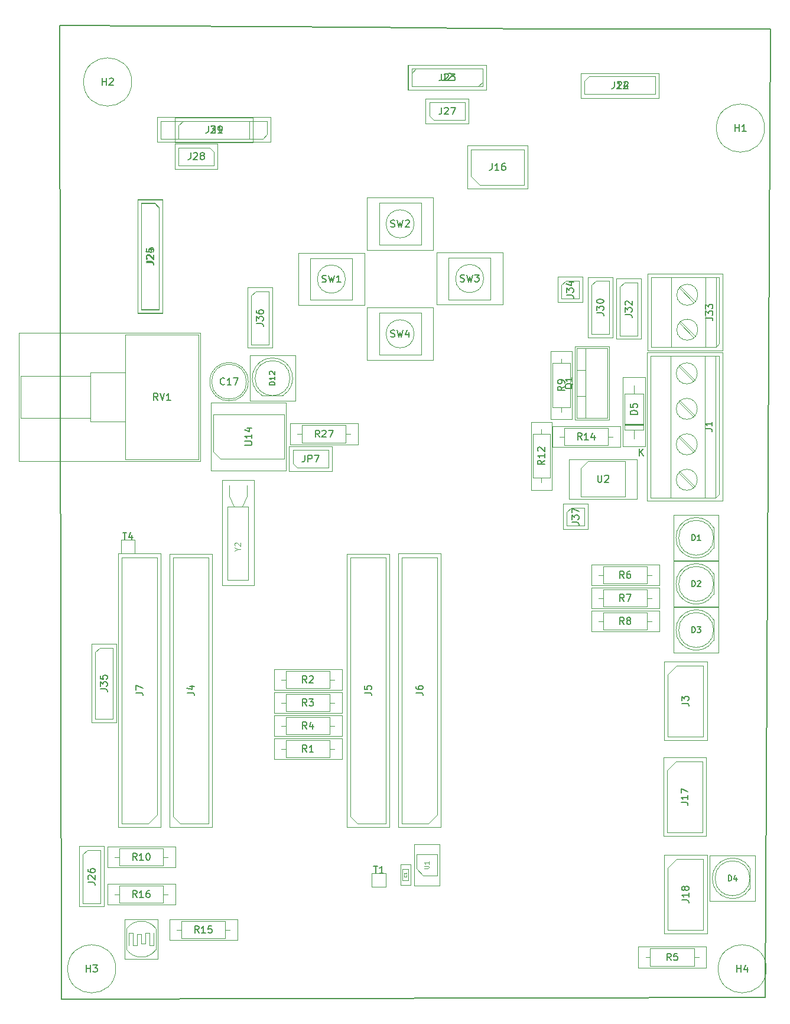
<source format=gbr>
%TF.GenerationSoftware,KiCad,Pcbnew,8.0.1*%
%TF.CreationDate,2024-10-06T15:48:25+02:00*%
%TF.ProjectId,CREPP.io,43524550-502e-4696-9f2e-6b696361645f,rev?*%
%TF.SameCoordinates,Original*%
%TF.FileFunction,Legend,Bot*%
%TF.FilePolarity,Positive*%
%FSLAX46Y46*%
G04 Gerber Fmt 4.6, Leading zero omitted, Abs format (unit mm)*
G04 Created by KiCad (PCBNEW 8.0.1) date 2024-10-06 15:48:25*
%MOMM*%
%LPD*%
G01*
G04 APERTURE LIST*
%ADD10C,0.050000*%
%ADD11C,0.150000*%
%ADD12C,0.200000*%
%ADD13C,0.100000*%
%ADD14C,0.120000*%
%ADD15C,0.060000*%
%TA.AperFunction,Profile*%
%ADD16C,0.200000*%
%TD*%
G04 APERTURE END LIST*
D10*
%TO.C,R7*%
X120920800Y-111682400D02*
X120920800Y-114682400D01*
X120920800Y-114682400D02*
X130640800Y-114682400D01*
X130640800Y-111682400D02*
X120920800Y-111682400D01*
X130640800Y-114682400D02*
X130640800Y-111682400D01*
%TO.C,J25*%
X55933800Y-56035400D02*
X59483800Y-56035400D01*
X55933800Y-72285400D02*
X55933800Y-56035400D01*
X59483800Y-56035400D02*
X59483800Y-72285400D01*
X59483800Y-72285400D02*
X55933800Y-72285400D01*
%TO.C,RV1*%
X38912800Y-75200400D02*
X38912800Y-93600400D01*
X38912800Y-93600400D02*
X64912800Y-93600400D01*
X64912800Y-75200400D02*
X38912800Y-75200400D01*
X64912800Y-93600400D02*
X64912800Y-75200400D01*
%TO.C,J30*%
X120424800Y-67201400D02*
X120424800Y-75851400D01*
X120424800Y-75851400D02*
X124024800Y-75851400D01*
X124024800Y-67201400D02*
X120424800Y-67201400D01*
X124024800Y-75851400D02*
X124024800Y-67201400D01*
%TO.C,D3*%
X132710800Y-114504400D02*
X132710800Y-121004400D01*
X132710800Y-121004400D02*
X139160800Y-121004400D01*
X139160800Y-114504400D02*
X132710800Y-114504400D01*
X139160800Y-121004400D02*
X139160800Y-114504400D01*
%TO.C,SW4*%
X88772800Y-71586400D02*
X89022800Y-71586400D01*
X88772800Y-71836400D02*
X88772800Y-71586400D01*
X88772800Y-78836400D02*
X88772800Y-71836400D01*
X88772800Y-78836400D02*
X88772800Y-79086400D01*
X88772800Y-79086400D02*
X89022800Y-79086400D01*
X89022800Y-71586400D02*
X98022800Y-71586400D01*
X98022800Y-71586400D02*
X98272800Y-71586400D01*
X98022800Y-79086400D02*
X89022800Y-79086400D01*
X98022800Y-79086400D02*
X98272800Y-79086400D01*
X98272800Y-71586400D02*
X98272800Y-71836400D01*
X98272800Y-71836400D02*
X98272800Y-78836400D01*
X98272800Y-79086400D02*
X98272800Y-78836400D01*
%TO.C,J4*%
X60520800Y-106870400D02*
X66620800Y-106870400D01*
X60520800Y-145970400D02*
X60520800Y-106870400D01*
X66620800Y-106870400D02*
X66620800Y-145970400D01*
X66620800Y-145970400D02*
X60520800Y-145970400D01*
%TO.C,R27*%
X77740800Y-88187400D02*
X77740800Y-91187400D01*
X77740800Y-91187400D02*
X87460800Y-91187400D01*
X87460800Y-88187400D02*
X77740800Y-88187400D01*
X87460800Y-91187400D02*
X87460800Y-88187400D01*
%TO.C,J16*%
X103152800Y-48380400D02*
X103152800Y-54530400D01*
X103152800Y-54530400D02*
X111802800Y-54530400D01*
X111802800Y-48380400D02*
X103152800Y-48380400D01*
X111802800Y-54530400D02*
X111802800Y-48380400D01*
%TO.C,J22*%
X119418800Y-38001400D02*
X130618800Y-38001400D01*
X119418800Y-41551400D02*
X119418800Y-38001400D01*
X130618800Y-38001400D02*
X130618800Y-41551400D01*
X130618800Y-41551400D02*
X119418800Y-41551400D01*
%TO.C,J6*%
X93236800Y-106820400D02*
X93236800Y-145970400D01*
X93236800Y-145970400D02*
X99386800Y-145970400D01*
X99386800Y-106820400D02*
X93236800Y-106820400D01*
X99386800Y-145970400D02*
X99386800Y-106820400D01*
%TO.C,H1*%
X145740800Y-45872400D02*
G75*
G02*
X138840800Y-45872400I-3450000J0D01*
G01*
X138840800Y-45872400D02*
G75*
G02*
X145740800Y-45872400I3450000J0D01*
G01*
%TO.C,J7*%
X53104800Y-106820400D02*
X53104800Y-145970400D01*
X53104800Y-145970400D02*
X59254800Y-145970400D01*
X59254800Y-106820400D02*
X53104800Y-106820400D01*
X59254800Y-145970400D02*
X59254800Y-106820400D01*
%TO.C,H4*%
X145994800Y-166268400D02*
G75*
G02*
X139094800Y-166268400I-3450000J0D01*
G01*
X139094800Y-166268400D02*
G75*
G02*
X145994800Y-166268400I3450000J0D01*
G01*
%TO.C,H2*%
X55062800Y-39268400D02*
G75*
G02*
X48162800Y-39268400I-3450000J0D01*
G01*
X48162800Y-39268400D02*
G75*
G02*
X55062800Y-39268400I3450000J0D01*
G01*
%TO.C,JP7*%
X77625800Y-91443400D02*
X77625800Y-95043400D01*
X77625800Y-95043400D02*
X83775800Y-95043400D01*
X83775800Y-91443400D02*
X77625800Y-91443400D01*
X83775800Y-95043400D02*
X83775800Y-91443400D01*
%TO.C,J33*%
X128960800Y-66748400D02*
X128960800Y-77748400D01*
X128960800Y-77748400D02*
X139770800Y-77748400D01*
X139770800Y-66748400D02*
X128960800Y-66748400D01*
X139770800Y-77748400D02*
X139770800Y-66748400D01*
%TO.C,SW2*%
X88772800Y-55838400D02*
X89022800Y-55838400D01*
X88772800Y-56088400D02*
X88772800Y-55838400D01*
X88772800Y-63088400D02*
X88772800Y-56088400D01*
X88772800Y-63088400D02*
X88772800Y-63338400D01*
X88772800Y-63338400D02*
X89022800Y-63338400D01*
X89022800Y-55838400D02*
X98022800Y-55838400D01*
X98022800Y-55838400D02*
X98272800Y-55838400D01*
X98022800Y-63338400D02*
X89022800Y-63338400D01*
X98022800Y-63338400D02*
X98272800Y-63338400D01*
X98272800Y-55838400D02*
X98272800Y-56088400D01*
X98272800Y-56088400D02*
X98272800Y-63088400D01*
X98272800Y-63338400D02*
X98272800Y-63088400D01*
%TO.C,R1*%
X75454800Y-133272400D02*
X75454800Y-136272400D01*
X75454800Y-136272400D02*
X85174800Y-136272400D01*
X85174800Y-133272400D02*
X75454800Y-133272400D01*
X85174800Y-136272400D02*
X85174800Y-133272400D01*
%TO.C,J23*%
X94643800Y-36883400D02*
X105843800Y-36883400D01*
X94643800Y-40433400D02*
X94643800Y-36883400D01*
X105843800Y-36883400D02*
X105843800Y-40433400D01*
X105843800Y-40433400D02*
X94643800Y-40433400D01*
%TO.C,T1*%
X89474800Y-152568400D02*
X89474800Y-154568400D01*
X89474800Y-152568400D02*
X91474800Y-152568400D01*
X91474800Y-154568400D02*
X89474800Y-154568400D01*
X91474800Y-154568400D02*
X91474800Y-152568400D01*
%TO.C,D1*%
X132710800Y-101296400D02*
X132710800Y-107796400D01*
X132710800Y-107796400D02*
X139160800Y-107796400D01*
X139160800Y-101296400D02*
X132710800Y-101296400D01*
X139160800Y-107796400D02*
X139160800Y-101296400D01*
%TO.C,U2*%
X117690800Y-93312400D02*
X117690800Y-98962400D01*
X117690800Y-98962400D02*
X127490800Y-98962400D01*
X127490800Y-93312400D02*
X117690800Y-93312400D01*
X127490800Y-98962400D02*
X127490800Y-93312400D01*
%TO.C,J35*%
X49304800Y-119774400D02*
X49304800Y-130974400D01*
X49304800Y-130974400D02*
X52904800Y-130974400D01*
X52904800Y-119774400D02*
X49304800Y-119774400D01*
X52904800Y-130974400D02*
X52904800Y-119774400D01*
%TO.C,J5*%
X85920800Y-106870400D02*
X92020800Y-106870400D01*
X85920800Y-145970400D02*
X85920800Y-106870400D01*
X92020800Y-106870400D02*
X92020800Y-145970400D01*
X92020800Y-145970400D02*
X85920800Y-145970400D01*
%TO.C,SW3*%
X98730800Y-63676400D02*
X98980800Y-63676400D01*
X98730800Y-63926400D02*
X98730800Y-63676400D01*
X98730800Y-70926400D02*
X98730800Y-63926400D01*
X98730800Y-70926400D02*
X98730800Y-71176400D01*
X98730800Y-71176400D02*
X98980800Y-71176400D01*
X98980800Y-63676400D02*
X107980800Y-63676400D01*
X107980800Y-63676400D02*
X108230800Y-63676400D01*
X107980800Y-71176400D02*
X98980800Y-71176400D01*
X107980800Y-71176400D02*
X108230800Y-71176400D01*
X108230800Y-63676400D02*
X108230800Y-63926400D01*
X108230800Y-63926400D02*
X108230800Y-70926400D01*
X108230800Y-71176400D02*
X108230800Y-70926400D01*
%TO.C,D12*%
X71984800Y-78456400D02*
X71984800Y-84906400D01*
X71984800Y-84906400D02*
X78484800Y-84906400D01*
X78484800Y-78456400D02*
X71984800Y-78456400D01*
X78484800Y-84906400D02*
X78484800Y-78456400D01*
%TO.C,D5*%
X125450800Y-81552400D02*
X125450800Y-91472400D01*
X125450800Y-91472400D02*
X128650800Y-91472400D01*
X128650800Y-81552400D02*
X125450800Y-81552400D01*
X128650800Y-91472400D02*
X128650800Y-81552400D01*
%TO.C,R2*%
X75454800Y-123366400D02*
X75454800Y-126366400D01*
X75454800Y-126366400D02*
X85174800Y-126366400D01*
X85174800Y-123366400D02*
X75454800Y-123366400D01*
X85174800Y-126366400D02*
X85174800Y-123366400D01*
%TO.C,J17*%
X131258800Y-136020400D02*
X131258800Y-147220400D01*
X131258800Y-147220400D02*
X137408800Y-147220400D01*
X137408800Y-136020400D02*
X131258800Y-136020400D01*
X137408800Y-147220400D02*
X137408800Y-136020400D01*
%TO.C,J3*%
X131346800Y-122304400D02*
X131346800Y-133504400D01*
X131346800Y-133504400D02*
X137496800Y-133504400D01*
X137496800Y-122304400D02*
X131346800Y-122304400D01*
X137496800Y-133504400D02*
X137496800Y-122304400D01*
%TO.C,U1*%
X95548800Y-148468400D02*
X99148800Y-148468400D01*
X95548800Y-154368400D02*
X95548800Y-148468400D01*
X95548800Y-154368400D02*
X99148800Y-154368400D01*
X99148800Y-154368400D02*
X99148800Y-148468400D01*
%TO.C,J29*%
X58752800Y-44326400D02*
X75002800Y-44326400D01*
X58752800Y-47876400D02*
X58752800Y-44326400D01*
X75002800Y-44326400D02*
X75002800Y-47876400D01*
X75002800Y-47876400D02*
X58752800Y-47876400D01*
%TO.C,D4*%
X137917800Y-150064400D02*
X137917800Y-156564400D01*
X137917800Y-156564400D02*
X144367800Y-156564400D01*
X144367800Y-150064400D02*
X137917800Y-150064400D01*
X144367800Y-156564400D02*
X144367800Y-150064400D01*
%TO.C,J36*%
X71656800Y-68710400D02*
X71656800Y-77360400D01*
X71656800Y-77360400D02*
X75256800Y-77360400D01*
X75256800Y-68710400D02*
X71656800Y-68710400D01*
X75256800Y-77360400D02*
X75256800Y-68710400D01*
%TO.C,R3*%
X75454800Y-126668400D02*
X75454800Y-129668400D01*
X75454800Y-129668400D02*
X85174800Y-129668400D01*
X85174800Y-126668400D02*
X75454800Y-126668400D01*
X85174800Y-129668400D02*
X85174800Y-126668400D01*
%TO.C,R5*%
X127651800Y-163117400D02*
X127651800Y-166117400D01*
X127651800Y-166117400D02*
X137371800Y-166117400D01*
X137371800Y-163117400D02*
X127651800Y-163117400D01*
X137371800Y-166117400D02*
X137371800Y-163117400D01*
%TO.C,J24*%
X55908800Y-56137400D02*
X59458800Y-56137400D01*
X55908800Y-72387400D02*
X55908800Y-56137400D01*
X59458800Y-56137400D02*
X59458800Y-72387400D01*
X59458800Y-72387400D02*
X55908800Y-72387400D01*
%TO.C,J26*%
X47526800Y-148720400D02*
X47526800Y-157370400D01*
X47526800Y-157370400D02*
X51126800Y-157370400D01*
X51126800Y-148720400D02*
X47526800Y-148720400D01*
X51126800Y-157370400D02*
X51126800Y-148720400D01*
%TO.C,J37*%
X116868800Y-99698400D02*
X116868800Y-103298400D01*
X116868800Y-103298400D02*
X120468800Y-103298400D01*
X120468800Y-99698400D02*
X116868800Y-99698400D01*
X120468800Y-103298400D02*
X120468800Y-99698400D01*
%TO.C,J31*%
X61242800Y-44376400D02*
X72442800Y-44376400D01*
X61242800Y-47926400D02*
X61242800Y-44376400D01*
X72442800Y-44376400D02*
X72442800Y-47926400D01*
X72442800Y-47926400D02*
X61242800Y-47926400D01*
%TO.C,R16*%
X51578800Y-154100400D02*
X51578800Y-157100400D01*
X51578800Y-157100400D02*
X61298800Y-157100400D01*
X61298800Y-154100400D02*
X51578800Y-154100400D01*
X61298800Y-157100400D02*
X61298800Y-154100400D01*
%TO.C,R15*%
X60468800Y-159180400D02*
X60468800Y-162180400D01*
X60468800Y-162180400D02*
X70188800Y-162180400D01*
X70188800Y-159180400D02*
X60468800Y-159180400D01*
X70188800Y-162180400D02*
X70188800Y-159180400D01*
%TO.C,R12*%
X112270800Y-87962400D02*
X112270800Y-97682400D01*
X112270800Y-97682400D02*
X115270800Y-97682400D01*
X115270800Y-87962400D02*
X112270800Y-87962400D01*
X115270800Y-97682400D02*
X115270800Y-87962400D01*
%TO.C,H3*%
X52776800Y-166268400D02*
G75*
G02*
X45876800Y-166268400I-3450000J0D01*
G01*
X45876800Y-166268400D02*
G75*
G02*
X52776800Y-166268400I3450000J0D01*
G01*
%TO.C,J1*%
X128890800Y-77962400D02*
X128890800Y-99282400D01*
X128890800Y-99282400D02*
X139700800Y-99282400D01*
X139700800Y-77962400D02*
X128890800Y-77962400D01*
X139700800Y-99282400D02*
X139700800Y-77962400D01*
%TO.C,C17*%
X71761800Y-82194400D02*
G75*
G02*
X66261800Y-82194400I-2750000J0D01*
G01*
X66261800Y-82194400D02*
G75*
G02*
X71761800Y-82194400I2750000J0D01*
G01*
%TO.C,J32*%
X124488800Y-67440400D02*
X124488800Y-76090400D01*
X124488800Y-76090400D02*
X128088800Y-76090400D01*
X128088800Y-67440400D02*
X124488800Y-67440400D01*
X128088800Y-76090400D02*
X128088800Y-67440400D01*
%TO.C,R6*%
X120920800Y-108380400D02*
X120920800Y-111380400D01*
X120920800Y-111380400D02*
X130640800Y-111380400D01*
X130640800Y-108380400D02*
X120920800Y-108380400D01*
X130640800Y-111380400D02*
X130640800Y-108380400D01*
%TO.C,R8*%
X120920800Y-114984400D02*
X120920800Y-117984400D01*
X120920800Y-117984400D02*
X130640800Y-117984400D01*
X130640800Y-114984400D02*
X120920800Y-114984400D01*
X130640800Y-117984400D02*
X130640800Y-114984400D01*
%TO.C,J27*%
X97183800Y-41659400D02*
X97183800Y-45259400D01*
X97183800Y-45259400D02*
X103333800Y-45259400D01*
X103333800Y-41659400D02*
X97183800Y-41659400D01*
X103333800Y-45259400D02*
X103333800Y-41659400D01*
%TO.C,Y2*%
X68011800Y-96253400D02*
X68011800Y-111353400D01*
X68011800Y-111353400D02*
X72611800Y-111353400D01*
X72611800Y-96253400D02*
X68011800Y-96253400D01*
X72611800Y-111353400D02*
X72611800Y-96253400D01*
%TO.C,Q1*%
X118600800Y-77122400D02*
X118600800Y-87622400D01*
X118600800Y-87622400D02*
X123510800Y-87622400D01*
X123510800Y-77122400D02*
X118600800Y-77122400D01*
X123510800Y-87622400D02*
X123510800Y-77122400D01*
%TO.C,SW1*%
X78918800Y-63748400D02*
X79168800Y-63748400D01*
X78918800Y-63998400D02*
X78918800Y-63748400D01*
X78918800Y-70998400D02*
X78918800Y-63998400D01*
X78918800Y-70998400D02*
X78918800Y-71248400D01*
X78918800Y-71248400D02*
X79168800Y-71248400D01*
X79168800Y-63748400D02*
X88168800Y-63748400D01*
X88168800Y-63748400D02*
X88418800Y-63748400D01*
X88168800Y-71248400D02*
X79168800Y-71248400D01*
X88168800Y-71248400D02*
X88418800Y-71248400D01*
X88418800Y-63748400D02*
X88418800Y-63998400D01*
X88418800Y-63998400D02*
X88418800Y-70998400D01*
X88418800Y-71248400D02*
X88418800Y-70998400D01*
%TO.C,J18*%
X131346800Y-149990400D02*
X131346800Y-161190400D01*
X131346800Y-161190400D02*
X137496800Y-161190400D01*
X137496800Y-149990400D02*
X131346800Y-149990400D01*
X137496800Y-161190400D02*
X137496800Y-149990400D01*
%TO.C,C1*%
X93554800Y-151313400D02*
X95014800Y-151313400D01*
X93554800Y-154273400D02*
X93554800Y-151313400D01*
X95014800Y-151313400D02*
X95014800Y-154273400D01*
X95014800Y-154273400D02*
X93554800Y-154273400D01*
%TO.C,J14*%
X119418800Y-38001400D02*
X130618800Y-38001400D01*
X119418800Y-41551400D02*
X119418800Y-38001400D01*
X130618800Y-38001400D02*
X130618800Y-41551400D01*
X130618800Y-41551400D02*
X119418800Y-41551400D01*
%TO.C,J28*%
X61232800Y-48136400D02*
X61232800Y-51736400D01*
X61232800Y-51736400D02*
X67382800Y-51736400D01*
X67382800Y-48136400D02*
X61232800Y-48136400D01*
X67382800Y-51736400D02*
X67382800Y-48136400D01*
%TO.C,R11*%
X54088800Y-164858400D02*
X54088800Y-159198400D01*
X54088800Y-164858400D02*
X58788800Y-164858400D01*
X58788800Y-159198400D02*
X54088800Y-159198400D01*
X58788800Y-159198400D02*
X58788800Y-164858400D01*
%TO.C,J34*%
X116106800Y-67186400D02*
X116106800Y-70786400D01*
X116106800Y-70786400D02*
X119706800Y-70786400D01*
X119706800Y-67186400D02*
X116106800Y-67186400D01*
X119706800Y-70786400D02*
X119706800Y-67186400D01*
%TO.C,R4*%
X75454800Y-129970400D02*
X75454800Y-132970400D01*
X75454800Y-132970400D02*
X85174800Y-132970400D01*
X85174800Y-129970400D02*
X75454800Y-129970400D01*
X85174800Y-132970400D02*
X85174800Y-129970400D01*
%TO.C,D2*%
X132710800Y-107900400D02*
X132710800Y-114400400D01*
X132710800Y-114400400D02*
X139160800Y-114400400D01*
X139160800Y-107900400D02*
X132710800Y-107900400D01*
X139160800Y-114400400D02*
X139160800Y-107900400D01*
%TO.C,R9*%
X115136800Y-77842400D02*
X115136800Y-87562400D01*
X115136800Y-87562400D02*
X118136800Y-87562400D01*
X118136800Y-77842400D02*
X115136800Y-77842400D01*
X118136800Y-87562400D02*
X118136800Y-77842400D01*
%TO.C,R14*%
X115332800Y-88568400D02*
X115332800Y-91568400D01*
X115332800Y-91568400D02*
X125052800Y-91568400D01*
X125052800Y-88568400D02*
X115332800Y-88568400D01*
X125052800Y-91568400D02*
X125052800Y-88568400D01*
%TO.C,R10*%
X51578800Y-148766400D02*
X51578800Y-151766400D01*
X51578800Y-151766400D02*
X61298800Y-151766400D01*
X61298800Y-148766400D02*
X51578800Y-148766400D01*
X61298800Y-151766400D02*
X61298800Y-148766400D01*
%TO.C,T4*%
X53533800Y-104816400D02*
X53533800Y-106816400D01*
X53533800Y-104816400D02*
X55533800Y-104816400D01*
X55533800Y-106816400D02*
X53533800Y-106816400D01*
X55533800Y-106816400D02*
X55533800Y-104816400D01*
%TO.C,U14*%
X66455800Y-85168400D02*
X66455800Y-94968400D01*
X66455800Y-94968400D02*
X77155800Y-94968400D01*
X77155800Y-85168400D02*
X66455800Y-85168400D01*
X77155800Y-94968400D02*
X77155800Y-85168400D01*
%TO.C,J2*%
X94663800Y-36833400D02*
X105863800Y-36833400D01*
X94663800Y-40383400D02*
X94663800Y-36833400D01*
X105863800Y-36833400D02*
X105863800Y-40383400D01*
X105863800Y-40383400D02*
X94663800Y-40383400D01*
%TD*%
D11*
X125614133Y-113637219D02*
X125280800Y-113161028D01*
X125042705Y-113637219D02*
X125042705Y-112637219D01*
X125042705Y-112637219D02*
X125423657Y-112637219D01*
X125423657Y-112637219D02*
X125518895Y-112684838D01*
X125518895Y-112684838D02*
X125566514Y-112732457D01*
X125566514Y-112732457D02*
X125614133Y-112827695D01*
X125614133Y-112827695D02*
X125614133Y-112970552D01*
X125614133Y-112970552D02*
X125566514Y-113065790D01*
X125566514Y-113065790D02*
X125518895Y-113113409D01*
X125518895Y-113113409D02*
X125423657Y-113161028D01*
X125423657Y-113161028D02*
X125042705Y-113161028D01*
X125947467Y-112637219D02*
X126614133Y-112637219D01*
X126614133Y-112637219D02*
X126185562Y-113637219D01*
X57188619Y-64994923D02*
X57902904Y-64994923D01*
X57902904Y-64994923D02*
X58045761Y-65042542D01*
X58045761Y-65042542D02*
X58141000Y-65137780D01*
X58141000Y-65137780D02*
X58188619Y-65280637D01*
X58188619Y-65280637D02*
X58188619Y-65375875D01*
X57283857Y-64566351D02*
X57236238Y-64518732D01*
X57236238Y-64518732D02*
X57188619Y-64423494D01*
X57188619Y-64423494D02*
X57188619Y-64185399D01*
X57188619Y-64185399D02*
X57236238Y-64090161D01*
X57236238Y-64090161D02*
X57283857Y-64042542D01*
X57283857Y-64042542D02*
X57379095Y-63994923D01*
X57379095Y-63994923D02*
X57474333Y-63994923D01*
X57474333Y-63994923D02*
X57617190Y-64042542D01*
X57617190Y-64042542D02*
X58188619Y-64613970D01*
X58188619Y-64613970D02*
X58188619Y-63994923D01*
X57188619Y-63090161D02*
X57188619Y-63566351D01*
X57188619Y-63566351D02*
X57664809Y-63613970D01*
X57664809Y-63613970D02*
X57617190Y-63566351D01*
X57617190Y-63566351D02*
X57569571Y-63471113D01*
X57569571Y-63471113D02*
X57569571Y-63233018D01*
X57569571Y-63233018D02*
X57617190Y-63137780D01*
X57617190Y-63137780D02*
X57664809Y-63090161D01*
X57664809Y-63090161D02*
X57760047Y-63042542D01*
X57760047Y-63042542D02*
X57998142Y-63042542D01*
X57998142Y-63042542D02*
X58093380Y-63090161D01*
X58093380Y-63090161D02*
X58141000Y-63137780D01*
X58141000Y-63137780D02*
X58188619Y-63233018D01*
X58188619Y-63233018D02*
X58188619Y-63471113D01*
X58188619Y-63471113D02*
X58141000Y-63566351D01*
X58141000Y-63566351D02*
X58093380Y-63613970D01*
X58817561Y-84855218D02*
X58484228Y-84379027D01*
X58246133Y-84855218D02*
X58246133Y-83855218D01*
X58246133Y-83855218D02*
X58627085Y-83855218D01*
X58627085Y-83855218D02*
X58722323Y-83902837D01*
X58722323Y-83902837D02*
X58769942Y-83950456D01*
X58769942Y-83950456D02*
X58817561Y-84045694D01*
X58817561Y-84045694D02*
X58817561Y-84188551D01*
X58817561Y-84188551D02*
X58769942Y-84283789D01*
X58769942Y-84283789D02*
X58722323Y-84331408D01*
X58722323Y-84331408D02*
X58627085Y-84379027D01*
X58627085Y-84379027D02*
X58246133Y-84379027D01*
X59103276Y-83855218D02*
X59436609Y-84855218D01*
X59436609Y-84855218D02*
X59769942Y-83855218D01*
X60627085Y-84855218D02*
X60055657Y-84855218D01*
X60341371Y-84855218D02*
X60341371Y-83855218D01*
X60341371Y-83855218D02*
X60246133Y-83998075D01*
X60246133Y-83998075D02*
X60150895Y-84093313D01*
X60150895Y-84093313D02*
X60055657Y-84140932D01*
X121679619Y-72350923D02*
X122393904Y-72350923D01*
X122393904Y-72350923D02*
X122536761Y-72398542D01*
X122536761Y-72398542D02*
X122632000Y-72493780D01*
X122632000Y-72493780D02*
X122679619Y-72636637D01*
X122679619Y-72636637D02*
X122679619Y-72731875D01*
X121679619Y-71969970D02*
X121679619Y-71350923D01*
X121679619Y-71350923D02*
X122060571Y-71684256D01*
X122060571Y-71684256D02*
X122060571Y-71541399D01*
X122060571Y-71541399D02*
X122108190Y-71446161D01*
X122108190Y-71446161D02*
X122155809Y-71398542D01*
X122155809Y-71398542D02*
X122251047Y-71350923D01*
X122251047Y-71350923D02*
X122489142Y-71350923D01*
X122489142Y-71350923D02*
X122584380Y-71398542D01*
X122584380Y-71398542D02*
X122632000Y-71446161D01*
X122632000Y-71446161D02*
X122679619Y-71541399D01*
X122679619Y-71541399D02*
X122679619Y-71827113D01*
X122679619Y-71827113D02*
X122632000Y-71922351D01*
X122632000Y-71922351D02*
X122584380Y-71969970D01*
X121679619Y-70731875D02*
X121679619Y-70636637D01*
X121679619Y-70636637D02*
X121727238Y-70541399D01*
X121727238Y-70541399D02*
X121774857Y-70493780D01*
X121774857Y-70493780D02*
X121870095Y-70446161D01*
X121870095Y-70446161D02*
X122060571Y-70398542D01*
X122060571Y-70398542D02*
X122298666Y-70398542D01*
X122298666Y-70398542D02*
X122489142Y-70446161D01*
X122489142Y-70446161D02*
X122584380Y-70493780D01*
X122584380Y-70493780D02*
X122632000Y-70541399D01*
X122632000Y-70541399D02*
X122679619Y-70636637D01*
X122679619Y-70636637D02*
X122679619Y-70731875D01*
X122679619Y-70731875D02*
X122632000Y-70827113D01*
X122632000Y-70827113D02*
X122584380Y-70874732D01*
X122584380Y-70874732D02*
X122489142Y-70922351D01*
X122489142Y-70922351D02*
X122298666Y-70969970D01*
X122298666Y-70969970D02*
X122060571Y-70969970D01*
X122060571Y-70969970D02*
X121870095Y-70922351D01*
X121870095Y-70922351D02*
X121774857Y-70874732D01*
X121774857Y-70874732D02*
X121727238Y-70827113D01*
X121727238Y-70827113D02*
X121679619Y-70731875D01*
D12*
X135370324Y-118114095D02*
X135370324Y-117314095D01*
X135370324Y-117314095D02*
X135560800Y-117314095D01*
X135560800Y-117314095D02*
X135675086Y-117352190D01*
X135675086Y-117352190D02*
X135751276Y-117428380D01*
X135751276Y-117428380D02*
X135789371Y-117504571D01*
X135789371Y-117504571D02*
X135827467Y-117656952D01*
X135827467Y-117656952D02*
X135827467Y-117771238D01*
X135827467Y-117771238D02*
X135789371Y-117923619D01*
X135789371Y-117923619D02*
X135751276Y-117999809D01*
X135751276Y-117999809D02*
X135675086Y-118076000D01*
X135675086Y-118076000D02*
X135560800Y-118114095D01*
X135560800Y-118114095D02*
X135370324Y-118114095D01*
X136094133Y-117314095D02*
X136589371Y-117314095D01*
X136589371Y-117314095D02*
X136322705Y-117618857D01*
X136322705Y-117618857D02*
X136436990Y-117618857D01*
X136436990Y-117618857D02*
X136513181Y-117656952D01*
X136513181Y-117656952D02*
X136551276Y-117695047D01*
X136551276Y-117695047D02*
X136589371Y-117771238D01*
X136589371Y-117771238D02*
X136589371Y-117961714D01*
X136589371Y-117961714D02*
X136551276Y-118037904D01*
X136551276Y-118037904D02*
X136513181Y-118076000D01*
X136513181Y-118076000D02*
X136436990Y-118114095D01*
X136436990Y-118114095D02*
X136208419Y-118114095D01*
X136208419Y-118114095D02*
X136132228Y-118076000D01*
X136132228Y-118076000D02*
X136094133Y-118037904D01*
D11*
X92189467Y-75743600D02*
X92332324Y-75791219D01*
X92332324Y-75791219D02*
X92570419Y-75791219D01*
X92570419Y-75791219D02*
X92665657Y-75743600D01*
X92665657Y-75743600D02*
X92713276Y-75695980D01*
X92713276Y-75695980D02*
X92760895Y-75600742D01*
X92760895Y-75600742D02*
X92760895Y-75505504D01*
X92760895Y-75505504D02*
X92713276Y-75410266D01*
X92713276Y-75410266D02*
X92665657Y-75362647D01*
X92665657Y-75362647D02*
X92570419Y-75315028D01*
X92570419Y-75315028D02*
X92379943Y-75267409D01*
X92379943Y-75267409D02*
X92284705Y-75219790D01*
X92284705Y-75219790D02*
X92237086Y-75172171D01*
X92237086Y-75172171D02*
X92189467Y-75076933D01*
X92189467Y-75076933D02*
X92189467Y-74981695D01*
X92189467Y-74981695D02*
X92237086Y-74886457D01*
X92237086Y-74886457D02*
X92284705Y-74838838D01*
X92284705Y-74838838D02*
X92379943Y-74791219D01*
X92379943Y-74791219D02*
X92618038Y-74791219D01*
X92618038Y-74791219D02*
X92760895Y-74838838D01*
X93094229Y-74791219D02*
X93332324Y-75791219D01*
X93332324Y-75791219D02*
X93522800Y-75076933D01*
X93522800Y-75076933D02*
X93713276Y-75791219D01*
X93713276Y-75791219D02*
X93951372Y-74791219D01*
X94760895Y-75124552D02*
X94760895Y-75791219D01*
X94522800Y-74743600D02*
X94284705Y-75457885D01*
X94284705Y-75457885D02*
X94903752Y-75457885D01*
X63005619Y-126723733D02*
X63719904Y-126723733D01*
X63719904Y-126723733D02*
X63862761Y-126771352D01*
X63862761Y-126771352D02*
X63958000Y-126866590D01*
X63958000Y-126866590D02*
X64005619Y-127009447D01*
X64005619Y-127009447D02*
X64005619Y-127104685D01*
X63338952Y-125818971D02*
X64005619Y-125818971D01*
X62958000Y-126057066D02*
X63672285Y-126295161D01*
X63672285Y-126295161D02*
X63672285Y-125676114D01*
X81957942Y-90142219D02*
X81624609Y-89666028D01*
X81386514Y-90142219D02*
X81386514Y-89142219D01*
X81386514Y-89142219D02*
X81767466Y-89142219D01*
X81767466Y-89142219D02*
X81862704Y-89189838D01*
X81862704Y-89189838D02*
X81910323Y-89237457D01*
X81910323Y-89237457D02*
X81957942Y-89332695D01*
X81957942Y-89332695D02*
X81957942Y-89475552D01*
X81957942Y-89475552D02*
X81910323Y-89570790D01*
X81910323Y-89570790D02*
X81862704Y-89618409D01*
X81862704Y-89618409D02*
X81767466Y-89666028D01*
X81767466Y-89666028D02*
X81386514Y-89666028D01*
X82338895Y-89237457D02*
X82386514Y-89189838D01*
X82386514Y-89189838D02*
X82481752Y-89142219D01*
X82481752Y-89142219D02*
X82719847Y-89142219D01*
X82719847Y-89142219D02*
X82815085Y-89189838D01*
X82815085Y-89189838D02*
X82862704Y-89237457D01*
X82862704Y-89237457D02*
X82910323Y-89332695D01*
X82910323Y-89332695D02*
X82910323Y-89427933D01*
X82910323Y-89427933D02*
X82862704Y-89570790D01*
X82862704Y-89570790D02*
X82291276Y-90142219D01*
X82291276Y-90142219D02*
X82910323Y-90142219D01*
X83243657Y-89142219D02*
X83910323Y-89142219D01*
X83910323Y-89142219D02*
X83481752Y-90142219D01*
X106683276Y-50915219D02*
X106683276Y-51629504D01*
X106683276Y-51629504D02*
X106635657Y-51772361D01*
X106635657Y-51772361D02*
X106540419Y-51867600D01*
X106540419Y-51867600D02*
X106397562Y-51915219D01*
X106397562Y-51915219D02*
X106302324Y-51915219D01*
X107683276Y-51915219D02*
X107111848Y-51915219D01*
X107397562Y-51915219D02*
X107397562Y-50915219D01*
X107397562Y-50915219D02*
X107302324Y-51058076D01*
X107302324Y-51058076D02*
X107207086Y-51153314D01*
X107207086Y-51153314D02*
X107111848Y-51200933D01*
X108540419Y-50915219D02*
X108349943Y-50915219D01*
X108349943Y-50915219D02*
X108254705Y-50962838D01*
X108254705Y-50962838D02*
X108207086Y-51010457D01*
X108207086Y-51010457D02*
X108111848Y-51153314D01*
X108111848Y-51153314D02*
X108064229Y-51343790D01*
X108064229Y-51343790D02*
X108064229Y-51724742D01*
X108064229Y-51724742D02*
X108111848Y-51819980D01*
X108111848Y-51819980D02*
X108159467Y-51867600D01*
X108159467Y-51867600D02*
X108254705Y-51915219D01*
X108254705Y-51915219D02*
X108445181Y-51915219D01*
X108445181Y-51915219D02*
X108540419Y-51867600D01*
X108540419Y-51867600D02*
X108588038Y-51819980D01*
X108588038Y-51819980D02*
X108635657Y-51724742D01*
X108635657Y-51724742D02*
X108635657Y-51486647D01*
X108635657Y-51486647D02*
X108588038Y-51391409D01*
X108588038Y-51391409D02*
X108540419Y-51343790D01*
X108540419Y-51343790D02*
X108445181Y-51296171D01*
X108445181Y-51296171D02*
X108254705Y-51296171D01*
X108254705Y-51296171D02*
X108159467Y-51343790D01*
X108159467Y-51343790D02*
X108111848Y-51391409D01*
X108111848Y-51391409D02*
X108064229Y-51486647D01*
X124219276Y-39206219D02*
X124219276Y-39920504D01*
X124219276Y-39920504D02*
X124171657Y-40063361D01*
X124171657Y-40063361D02*
X124076419Y-40158600D01*
X124076419Y-40158600D02*
X123933562Y-40206219D01*
X123933562Y-40206219D02*
X123838324Y-40206219D01*
X124647848Y-39301457D02*
X124695467Y-39253838D01*
X124695467Y-39253838D02*
X124790705Y-39206219D01*
X124790705Y-39206219D02*
X125028800Y-39206219D01*
X125028800Y-39206219D02*
X125124038Y-39253838D01*
X125124038Y-39253838D02*
X125171657Y-39301457D01*
X125171657Y-39301457D02*
X125219276Y-39396695D01*
X125219276Y-39396695D02*
X125219276Y-39491933D01*
X125219276Y-39491933D02*
X125171657Y-39634790D01*
X125171657Y-39634790D02*
X124600229Y-40206219D01*
X124600229Y-40206219D02*
X125219276Y-40206219D01*
X125600229Y-39301457D02*
X125647848Y-39253838D01*
X125647848Y-39253838D02*
X125743086Y-39206219D01*
X125743086Y-39206219D02*
X125981181Y-39206219D01*
X125981181Y-39206219D02*
X126076419Y-39253838D01*
X126076419Y-39253838D02*
X126124038Y-39301457D01*
X126124038Y-39301457D02*
X126171657Y-39396695D01*
X126171657Y-39396695D02*
X126171657Y-39491933D01*
X126171657Y-39491933D02*
X126124038Y-39634790D01*
X126124038Y-39634790D02*
X125552610Y-40206219D01*
X125552610Y-40206219D02*
X126171657Y-40206219D01*
X95771619Y-126723733D02*
X96485904Y-126723733D01*
X96485904Y-126723733D02*
X96628761Y-126771352D01*
X96628761Y-126771352D02*
X96724000Y-126866590D01*
X96724000Y-126866590D02*
X96771619Y-127009447D01*
X96771619Y-127009447D02*
X96771619Y-127104685D01*
X95771619Y-125818971D02*
X95771619Y-126009447D01*
X95771619Y-126009447D02*
X95819238Y-126104685D01*
X95819238Y-126104685D02*
X95866857Y-126152304D01*
X95866857Y-126152304D02*
X96009714Y-126247542D01*
X96009714Y-126247542D02*
X96200190Y-126295161D01*
X96200190Y-126295161D02*
X96581142Y-126295161D01*
X96581142Y-126295161D02*
X96676380Y-126247542D01*
X96676380Y-126247542D02*
X96724000Y-126199923D01*
X96724000Y-126199923D02*
X96771619Y-126104685D01*
X96771619Y-126104685D02*
X96771619Y-125914209D01*
X96771619Y-125914209D02*
X96724000Y-125818971D01*
X96724000Y-125818971D02*
X96676380Y-125771352D01*
X96676380Y-125771352D02*
X96581142Y-125723733D01*
X96581142Y-125723733D02*
X96343047Y-125723733D01*
X96343047Y-125723733D02*
X96247809Y-125771352D01*
X96247809Y-125771352D02*
X96200190Y-125818971D01*
X96200190Y-125818971D02*
X96152571Y-125914209D01*
X96152571Y-125914209D02*
X96152571Y-126104685D01*
X96152571Y-126104685D02*
X96200190Y-126199923D01*
X96200190Y-126199923D02*
X96247809Y-126247542D01*
X96247809Y-126247542D02*
X96343047Y-126295161D01*
X141528895Y-46327219D02*
X141528895Y-45327219D01*
X141528895Y-45803409D02*
X142100323Y-45803409D01*
X142100323Y-46327219D02*
X142100323Y-45327219D01*
X143100323Y-46327219D02*
X142528895Y-46327219D01*
X142814609Y-46327219D02*
X142814609Y-45327219D01*
X142814609Y-45327219D02*
X142719371Y-45470076D01*
X142719371Y-45470076D02*
X142624133Y-45565314D01*
X142624133Y-45565314D02*
X142528895Y-45612933D01*
X55639619Y-126723733D02*
X56353904Y-126723733D01*
X56353904Y-126723733D02*
X56496761Y-126771352D01*
X56496761Y-126771352D02*
X56592000Y-126866590D01*
X56592000Y-126866590D02*
X56639619Y-127009447D01*
X56639619Y-127009447D02*
X56639619Y-127104685D01*
X55639619Y-126342780D02*
X55639619Y-125676114D01*
X55639619Y-125676114D02*
X56639619Y-126104685D01*
X141782895Y-166723219D02*
X141782895Y-165723219D01*
X141782895Y-166199409D02*
X142354323Y-166199409D01*
X142354323Y-166723219D02*
X142354323Y-165723219D01*
X143259085Y-166056552D02*
X143259085Y-166723219D01*
X143020990Y-165675600D02*
X142782895Y-166389885D01*
X142782895Y-166389885D02*
X143401942Y-166389885D01*
X50850895Y-39723219D02*
X50850895Y-38723219D01*
X50850895Y-39199409D02*
X51422323Y-39199409D01*
X51422323Y-39723219D02*
X51422323Y-38723219D01*
X51850895Y-38818457D02*
X51898514Y-38770838D01*
X51898514Y-38770838D02*
X51993752Y-38723219D01*
X51993752Y-38723219D02*
X52231847Y-38723219D01*
X52231847Y-38723219D02*
X52327085Y-38770838D01*
X52327085Y-38770838D02*
X52374704Y-38818457D01*
X52374704Y-38818457D02*
X52422323Y-38913695D01*
X52422323Y-38913695D02*
X52422323Y-39008933D01*
X52422323Y-39008933D02*
X52374704Y-39151790D01*
X52374704Y-39151790D02*
X51803276Y-39723219D01*
X51803276Y-39723219D02*
X52422323Y-39723219D01*
X79862466Y-92698219D02*
X79862466Y-93412504D01*
X79862466Y-93412504D02*
X79814847Y-93555361D01*
X79814847Y-93555361D02*
X79719609Y-93650600D01*
X79719609Y-93650600D02*
X79576752Y-93698219D01*
X79576752Y-93698219D02*
X79481514Y-93698219D01*
X80338657Y-93698219D02*
X80338657Y-92698219D01*
X80338657Y-92698219D02*
X80719609Y-92698219D01*
X80719609Y-92698219D02*
X80814847Y-92745838D01*
X80814847Y-92745838D02*
X80862466Y-92793457D01*
X80862466Y-92793457D02*
X80910085Y-92888695D01*
X80910085Y-92888695D02*
X80910085Y-93031552D01*
X80910085Y-93031552D02*
X80862466Y-93126790D01*
X80862466Y-93126790D02*
X80814847Y-93174409D01*
X80814847Y-93174409D02*
X80719609Y-93222028D01*
X80719609Y-93222028D02*
X80338657Y-93222028D01*
X81243419Y-92698219D02*
X81910085Y-92698219D01*
X81910085Y-92698219D02*
X81481514Y-93698219D01*
X137325619Y-73057923D02*
X138039904Y-73057923D01*
X138039904Y-73057923D02*
X138182761Y-73105542D01*
X138182761Y-73105542D02*
X138278000Y-73200780D01*
X138278000Y-73200780D02*
X138325619Y-73343637D01*
X138325619Y-73343637D02*
X138325619Y-73438875D01*
X137325619Y-72676970D02*
X137325619Y-72057923D01*
X137325619Y-72057923D02*
X137706571Y-72391256D01*
X137706571Y-72391256D02*
X137706571Y-72248399D01*
X137706571Y-72248399D02*
X137754190Y-72153161D01*
X137754190Y-72153161D02*
X137801809Y-72105542D01*
X137801809Y-72105542D02*
X137897047Y-72057923D01*
X137897047Y-72057923D02*
X138135142Y-72057923D01*
X138135142Y-72057923D02*
X138230380Y-72105542D01*
X138230380Y-72105542D02*
X138278000Y-72153161D01*
X138278000Y-72153161D02*
X138325619Y-72248399D01*
X138325619Y-72248399D02*
X138325619Y-72534113D01*
X138325619Y-72534113D02*
X138278000Y-72629351D01*
X138278000Y-72629351D02*
X138230380Y-72676970D01*
X137325619Y-71724589D02*
X137325619Y-71105542D01*
X137325619Y-71105542D02*
X137706571Y-71438875D01*
X137706571Y-71438875D02*
X137706571Y-71296018D01*
X137706571Y-71296018D02*
X137754190Y-71200780D01*
X137754190Y-71200780D02*
X137801809Y-71153161D01*
X137801809Y-71153161D02*
X137897047Y-71105542D01*
X137897047Y-71105542D02*
X138135142Y-71105542D01*
X138135142Y-71105542D02*
X138230380Y-71153161D01*
X138230380Y-71153161D02*
X138278000Y-71200780D01*
X138278000Y-71200780D02*
X138325619Y-71296018D01*
X138325619Y-71296018D02*
X138325619Y-71581732D01*
X138325619Y-71581732D02*
X138278000Y-71676970D01*
X138278000Y-71676970D02*
X138230380Y-71724589D01*
X92189467Y-59995600D02*
X92332324Y-60043219D01*
X92332324Y-60043219D02*
X92570419Y-60043219D01*
X92570419Y-60043219D02*
X92665657Y-59995600D01*
X92665657Y-59995600D02*
X92713276Y-59947980D01*
X92713276Y-59947980D02*
X92760895Y-59852742D01*
X92760895Y-59852742D02*
X92760895Y-59757504D01*
X92760895Y-59757504D02*
X92713276Y-59662266D01*
X92713276Y-59662266D02*
X92665657Y-59614647D01*
X92665657Y-59614647D02*
X92570419Y-59567028D01*
X92570419Y-59567028D02*
X92379943Y-59519409D01*
X92379943Y-59519409D02*
X92284705Y-59471790D01*
X92284705Y-59471790D02*
X92237086Y-59424171D01*
X92237086Y-59424171D02*
X92189467Y-59328933D01*
X92189467Y-59328933D02*
X92189467Y-59233695D01*
X92189467Y-59233695D02*
X92237086Y-59138457D01*
X92237086Y-59138457D02*
X92284705Y-59090838D01*
X92284705Y-59090838D02*
X92379943Y-59043219D01*
X92379943Y-59043219D02*
X92618038Y-59043219D01*
X92618038Y-59043219D02*
X92760895Y-59090838D01*
X93094229Y-59043219D02*
X93332324Y-60043219D01*
X93332324Y-60043219D02*
X93522800Y-59328933D01*
X93522800Y-59328933D02*
X93713276Y-60043219D01*
X93713276Y-60043219D02*
X93951372Y-59043219D01*
X94284705Y-59138457D02*
X94332324Y-59090838D01*
X94332324Y-59090838D02*
X94427562Y-59043219D01*
X94427562Y-59043219D02*
X94665657Y-59043219D01*
X94665657Y-59043219D02*
X94760895Y-59090838D01*
X94760895Y-59090838D02*
X94808514Y-59138457D01*
X94808514Y-59138457D02*
X94856133Y-59233695D01*
X94856133Y-59233695D02*
X94856133Y-59328933D01*
X94856133Y-59328933D02*
X94808514Y-59471790D01*
X94808514Y-59471790D02*
X94237086Y-60043219D01*
X94237086Y-60043219D02*
X94856133Y-60043219D01*
X80148133Y-135227219D02*
X79814800Y-134751028D01*
X79576705Y-135227219D02*
X79576705Y-134227219D01*
X79576705Y-134227219D02*
X79957657Y-134227219D01*
X79957657Y-134227219D02*
X80052895Y-134274838D01*
X80052895Y-134274838D02*
X80100514Y-134322457D01*
X80100514Y-134322457D02*
X80148133Y-134417695D01*
X80148133Y-134417695D02*
X80148133Y-134560552D01*
X80148133Y-134560552D02*
X80100514Y-134655790D01*
X80100514Y-134655790D02*
X80052895Y-134703409D01*
X80052895Y-134703409D02*
X79957657Y-134751028D01*
X79957657Y-134751028D02*
X79576705Y-134751028D01*
X81100514Y-135227219D02*
X80529086Y-135227219D01*
X80814800Y-135227219D02*
X80814800Y-134227219D01*
X80814800Y-134227219D02*
X80719562Y-134370076D01*
X80719562Y-134370076D02*
X80624324Y-134465314D01*
X80624324Y-134465314D02*
X80529086Y-134512933D01*
X99444276Y-38088219D02*
X99444276Y-38802504D01*
X99444276Y-38802504D02*
X99396657Y-38945361D01*
X99396657Y-38945361D02*
X99301419Y-39040600D01*
X99301419Y-39040600D02*
X99158562Y-39088219D01*
X99158562Y-39088219D02*
X99063324Y-39088219D01*
X99872848Y-38183457D02*
X99920467Y-38135838D01*
X99920467Y-38135838D02*
X100015705Y-38088219D01*
X100015705Y-38088219D02*
X100253800Y-38088219D01*
X100253800Y-38088219D02*
X100349038Y-38135838D01*
X100349038Y-38135838D02*
X100396657Y-38183457D01*
X100396657Y-38183457D02*
X100444276Y-38278695D01*
X100444276Y-38278695D02*
X100444276Y-38373933D01*
X100444276Y-38373933D02*
X100396657Y-38516790D01*
X100396657Y-38516790D02*
X99825229Y-39088219D01*
X99825229Y-39088219D02*
X100444276Y-39088219D01*
X100777610Y-38088219D02*
X101396657Y-38088219D01*
X101396657Y-38088219D02*
X101063324Y-38469171D01*
X101063324Y-38469171D02*
X101206181Y-38469171D01*
X101206181Y-38469171D02*
X101301419Y-38516790D01*
X101301419Y-38516790D02*
X101349038Y-38564409D01*
X101349038Y-38564409D02*
X101396657Y-38659647D01*
X101396657Y-38659647D02*
X101396657Y-38897742D01*
X101396657Y-38897742D02*
X101349038Y-38992980D01*
X101349038Y-38992980D02*
X101301419Y-39040600D01*
X101301419Y-39040600D02*
X101206181Y-39088219D01*
X101206181Y-39088219D02*
X100920467Y-39088219D01*
X100920467Y-39088219D02*
X100825229Y-39040600D01*
X100825229Y-39040600D02*
X100777610Y-38992980D01*
X89712895Y-151573219D02*
X90284323Y-151573219D01*
X89998609Y-152573219D02*
X89998609Y-151573219D01*
X91141466Y-152573219D02*
X90570038Y-152573219D01*
X90855752Y-152573219D02*
X90855752Y-151573219D01*
X90855752Y-151573219D02*
X90760514Y-151716076D01*
X90760514Y-151716076D02*
X90665276Y-151811314D01*
X90665276Y-151811314D02*
X90570038Y-151858933D01*
D12*
X135370324Y-104906095D02*
X135370324Y-104106095D01*
X135370324Y-104106095D02*
X135560800Y-104106095D01*
X135560800Y-104106095D02*
X135675086Y-104144190D01*
X135675086Y-104144190D02*
X135751276Y-104220380D01*
X135751276Y-104220380D02*
X135789371Y-104296571D01*
X135789371Y-104296571D02*
X135827467Y-104448952D01*
X135827467Y-104448952D02*
X135827467Y-104563238D01*
X135827467Y-104563238D02*
X135789371Y-104715619D01*
X135789371Y-104715619D02*
X135751276Y-104791809D01*
X135751276Y-104791809D02*
X135675086Y-104868000D01*
X135675086Y-104868000D02*
X135560800Y-104906095D01*
X135560800Y-104906095D02*
X135370324Y-104906095D01*
X136589371Y-104906095D02*
X136132228Y-104906095D01*
X136360800Y-104906095D02*
X136360800Y-104106095D01*
X136360800Y-104106095D02*
X136284609Y-104220380D01*
X136284609Y-104220380D02*
X136208419Y-104296571D01*
X136208419Y-104296571D02*
X136132228Y-104334666D01*
D11*
X121838895Y-95587219D02*
X121838895Y-96396742D01*
X121838895Y-96396742D02*
X121886514Y-96491980D01*
X121886514Y-96491980D02*
X121934133Y-96539600D01*
X121934133Y-96539600D02*
X122029371Y-96587219D01*
X122029371Y-96587219D02*
X122219847Y-96587219D01*
X122219847Y-96587219D02*
X122315085Y-96539600D01*
X122315085Y-96539600D02*
X122362704Y-96491980D01*
X122362704Y-96491980D02*
X122410323Y-96396742D01*
X122410323Y-96396742D02*
X122410323Y-95587219D01*
X122838895Y-95682457D02*
X122886514Y-95634838D01*
X122886514Y-95634838D02*
X122981752Y-95587219D01*
X122981752Y-95587219D02*
X123219847Y-95587219D01*
X123219847Y-95587219D02*
X123315085Y-95634838D01*
X123315085Y-95634838D02*
X123362704Y-95682457D01*
X123362704Y-95682457D02*
X123410323Y-95777695D01*
X123410323Y-95777695D02*
X123410323Y-95872933D01*
X123410323Y-95872933D02*
X123362704Y-96015790D01*
X123362704Y-96015790D02*
X122791276Y-96587219D01*
X122791276Y-96587219D02*
X123410323Y-96587219D01*
X50559619Y-126193923D02*
X51273904Y-126193923D01*
X51273904Y-126193923D02*
X51416761Y-126241542D01*
X51416761Y-126241542D02*
X51512000Y-126336780D01*
X51512000Y-126336780D02*
X51559619Y-126479637D01*
X51559619Y-126479637D02*
X51559619Y-126574875D01*
X50559619Y-125812970D02*
X50559619Y-125193923D01*
X50559619Y-125193923D02*
X50940571Y-125527256D01*
X50940571Y-125527256D02*
X50940571Y-125384399D01*
X50940571Y-125384399D02*
X50988190Y-125289161D01*
X50988190Y-125289161D02*
X51035809Y-125241542D01*
X51035809Y-125241542D02*
X51131047Y-125193923D01*
X51131047Y-125193923D02*
X51369142Y-125193923D01*
X51369142Y-125193923D02*
X51464380Y-125241542D01*
X51464380Y-125241542D02*
X51512000Y-125289161D01*
X51512000Y-125289161D02*
X51559619Y-125384399D01*
X51559619Y-125384399D02*
X51559619Y-125670113D01*
X51559619Y-125670113D02*
X51512000Y-125765351D01*
X51512000Y-125765351D02*
X51464380Y-125812970D01*
X50559619Y-124289161D02*
X50559619Y-124765351D01*
X50559619Y-124765351D02*
X51035809Y-124812970D01*
X51035809Y-124812970D02*
X50988190Y-124765351D01*
X50988190Y-124765351D02*
X50940571Y-124670113D01*
X50940571Y-124670113D02*
X50940571Y-124432018D01*
X50940571Y-124432018D02*
X50988190Y-124336780D01*
X50988190Y-124336780D02*
X51035809Y-124289161D01*
X51035809Y-124289161D02*
X51131047Y-124241542D01*
X51131047Y-124241542D02*
X51369142Y-124241542D01*
X51369142Y-124241542D02*
X51464380Y-124289161D01*
X51464380Y-124289161D02*
X51512000Y-124336780D01*
X51512000Y-124336780D02*
X51559619Y-124432018D01*
X51559619Y-124432018D02*
X51559619Y-124670113D01*
X51559619Y-124670113D02*
X51512000Y-124765351D01*
X51512000Y-124765351D02*
X51464380Y-124812970D01*
X88405619Y-126723733D02*
X89119904Y-126723733D01*
X89119904Y-126723733D02*
X89262761Y-126771352D01*
X89262761Y-126771352D02*
X89358000Y-126866590D01*
X89358000Y-126866590D02*
X89405619Y-127009447D01*
X89405619Y-127009447D02*
X89405619Y-127104685D01*
X88405619Y-125771352D02*
X88405619Y-126247542D01*
X88405619Y-126247542D02*
X88881809Y-126295161D01*
X88881809Y-126295161D02*
X88834190Y-126247542D01*
X88834190Y-126247542D02*
X88786571Y-126152304D01*
X88786571Y-126152304D02*
X88786571Y-125914209D01*
X88786571Y-125914209D02*
X88834190Y-125818971D01*
X88834190Y-125818971D02*
X88881809Y-125771352D01*
X88881809Y-125771352D02*
X88977047Y-125723733D01*
X88977047Y-125723733D02*
X89215142Y-125723733D01*
X89215142Y-125723733D02*
X89310380Y-125771352D01*
X89310380Y-125771352D02*
X89358000Y-125818971D01*
X89358000Y-125818971D02*
X89405619Y-125914209D01*
X89405619Y-125914209D02*
X89405619Y-126152304D01*
X89405619Y-126152304D02*
X89358000Y-126247542D01*
X89358000Y-126247542D02*
X89310380Y-126295161D01*
X102147467Y-67833600D02*
X102290324Y-67881219D01*
X102290324Y-67881219D02*
X102528419Y-67881219D01*
X102528419Y-67881219D02*
X102623657Y-67833600D01*
X102623657Y-67833600D02*
X102671276Y-67785980D01*
X102671276Y-67785980D02*
X102718895Y-67690742D01*
X102718895Y-67690742D02*
X102718895Y-67595504D01*
X102718895Y-67595504D02*
X102671276Y-67500266D01*
X102671276Y-67500266D02*
X102623657Y-67452647D01*
X102623657Y-67452647D02*
X102528419Y-67405028D01*
X102528419Y-67405028D02*
X102337943Y-67357409D01*
X102337943Y-67357409D02*
X102242705Y-67309790D01*
X102242705Y-67309790D02*
X102195086Y-67262171D01*
X102195086Y-67262171D02*
X102147467Y-67166933D01*
X102147467Y-67166933D02*
X102147467Y-67071695D01*
X102147467Y-67071695D02*
X102195086Y-66976457D01*
X102195086Y-66976457D02*
X102242705Y-66928838D01*
X102242705Y-66928838D02*
X102337943Y-66881219D01*
X102337943Y-66881219D02*
X102576038Y-66881219D01*
X102576038Y-66881219D02*
X102718895Y-66928838D01*
X103052229Y-66881219D02*
X103290324Y-67881219D01*
X103290324Y-67881219D02*
X103480800Y-67166933D01*
X103480800Y-67166933D02*
X103671276Y-67881219D01*
X103671276Y-67881219D02*
X103909372Y-66881219D01*
X104195086Y-66881219D02*
X104814133Y-66881219D01*
X104814133Y-66881219D02*
X104480800Y-67262171D01*
X104480800Y-67262171D02*
X104623657Y-67262171D01*
X104623657Y-67262171D02*
X104718895Y-67309790D01*
X104718895Y-67309790D02*
X104766514Y-67357409D01*
X104766514Y-67357409D02*
X104814133Y-67452647D01*
X104814133Y-67452647D02*
X104814133Y-67690742D01*
X104814133Y-67690742D02*
X104766514Y-67785980D01*
X104766514Y-67785980D02*
X104718895Y-67833600D01*
X104718895Y-67833600D02*
X104623657Y-67881219D01*
X104623657Y-67881219D02*
X104337943Y-67881219D01*
X104337943Y-67881219D02*
X104242705Y-67833600D01*
X104242705Y-67833600D02*
X104195086Y-67785980D01*
D12*
X75594495Y-82677828D02*
X74794495Y-82677828D01*
X74794495Y-82677828D02*
X74794495Y-82487352D01*
X74794495Y-82487352D02*
X74832590Y-82373066D01*
X74832590Y-82373066D02*
X74908780Y-82296876D01*
X74908780Y-82296876D02*
X74984971Y-82258781D01*
X74984971Y-82258781D02*
X75137352Y-82220685D01*
X75137352Y-82220685D02*
X75251638Y-82220685D01*
X75251638Y-82220685D02*
X75404019Y-82258781D01*
X75404019Y-82258781D02*
X75480209Y-82296876D01*
X75480209Y-82296876D02*
X75556400Y-82373066D01*
X75556400Y-82373066D02*
X75594495Y-82487352D01*
X75594495Y-82487352D02*
X75594495Y-82677828D01*
X75594495Y-81458781D02*
X75594495Y-81915924D01*
X75594495Y-81687352D02*
X74794495Y-81687352D01*
X74794495Y-81687352D02*
X74908780Y-81763543D01*
X74908780Y-81763543D02*
X74984971Y-81839733D01*
X74984971Y-81839733D02*
X75023066Y-81915924D01*
X74870685Y-81154019D02*
X74832590Y-81115923D01*
X74832590Y-81115923D02*
X74794495Y-81039733D01*
X74794495Y-81039733D02*
X74794495Y-80849257D01*
X74794495Y-80849257D02*
X74832590Y-80773066D01*
X74832590Y-80773066D02*
X74870685Y-80734971D01*
X74870685Y-80734971D02*
X74946876Y-80696876D01*
X74946876Y-80696876D02*
X75023066Y-80696876D01*
X75023066Y-80696876D02*
X75137352Y-80734971D01*
X75137352Y-80734971D02*
X75594495Y-81192114D01*
X75594495Y-81192114D02*
X75594495Y-80696876D01*
D11*
X127505619Y-86860494D02*
X126505619Y-86860494D01*
X126505619Y-86860494D02*
X126505619Y-86622399D01*
X126505619Y-86622399D02*
X126553238Y-86479542D01*
X126553238Y-86479542D02*
X126648476Y-86384304D01*
X126648476Y-86384304D02*
X126743714Y-86336685D01*
X126743714Y-86336685D02*
X126934190Y-86289066D01*
X126934190Y-86289066D02*
X127077047Y-86289066D01*
X127077047Y-86289066D02*
X127267523Y-86336685D01*
X127267523Y-86336685D02*
X127362761Y-86384304D01*
X127362761Y-86384304D02*
X127458000Y-86479542D01*
X127458000Y-86479542D02*
X127505619Y-86622399D01*
X127505619Y-86622399D02*
X127505619Y-86860494D01*
X126505619Y-85384304D02*
X126505619Y-85860494D01*
X126505619Y-85860494D02*
X126981809Y-85908113D01*
X126981809Y-85908113D02*
X126934190Y-85860494D01*
X126934190Y-85860494D02*
X126886571Y-85765256D01*
X126886571Y-85765256D02*
X126886571Y-85527161D01*
X126886571Y-85527161D02*
X126934190Y-85431923D01*
X126934190Y-85431923D02*
X126981809Y-85384304D01*
X126981809Y-85384304D02*
X127077047Y-85336685D01*
X127077047Y-85336685D02*
X127315142Y-85336685D01*
X127315142Y-85336685D02*
X127410380Y-85384304D01*
X127410380Y-85384304D02*
X127458000Y-85431923D01*
X127458000Y-85431923D02*
X127505619Y-85527161D01*
X127505619Y-85527161D02*
X127505619Y-85765256D01*
X127505619Y-85765256D02*
X127458000Y-85860494D01*
X127458000Y-85860494D02*
X127410380Y-85908113D01*
X127804895Y-92809219D02*
X127804895Y-91809219D01*
X128376323Y-92809219D02*
X127947752Y-92237790D01*
X128376323Y-91809219D02*
X127804895Y-92380647D01*
X80148133Y-125321219D02*
X79814800Y-124845028D01*
X79576705Y-125321219D02*
X79576705Y-124321219D01*
X79576705Y-124321219D02*
X79957657Y-124321219D01*
X79957657Y-124321219D02*
X80052895Y-124368838D01*
X80052895Y-124368838D02*
X80100514Y-124416457D01*
X80100514Y-124416457D02*
X80148133Y-124511695D01*
X80148133Y-124511695D02*
X80148133Y-124654552D01*
X80148133Y-124654552D02*
X80100514Y-124749790D01*
X80100514Y-124749790D02*
X80052895Y-124797409D01*
X80052895Y-124797409D02*
X79957657Y-124845028D01*
X79957657Y-124845028D02*
X79576705Y-124845028D01*
X80529086Y-124416457D02*
X80576705Y-124368838D01*
X80576705Y-124368838D02*
X80671943Y-124321219D01*
X80671943Y-124321219D02*
X80910038Y-124321219D01*
X80910038Y-124321219D02*
X81005276Y-124368838D01*
X81005276Y-124368838D02*
X81052895Y-124416457D01*
X81052895Y-124416457D02*
X81100514Y-124511695D01*
X81100514Y-124511695D02*
X81100514Y-124606933D01*
X81100514Y-124606933D02*
X81052895Y-124749790D01*
X81052895Y-124749790D02*
X80481467Y-125321219D01*
X80481467Y-125321219D02*
X81100514Y-125321219D01*
X133783619Y-142439923D02*
X134497904Y-142439923D01*
X134497904Y-142439923D02*
X134640761Y-142487542D01*
X134640761Y-142487542D02*
X134736000Y-142582780D01*
X134736000Y-142582780D02*
X134783619Y-142725637D01*
X134783619Y-142725637D02*
X134783619Y-142820875D01*
X134783619Y-141439923D02*
X134783619Y-142011351D01*
X134783619Y-141725637D02*
X133783619Y-141725637D01*
X133783619Y-141725637D02*
X133926476Y-141820875D01*
X133926476Y-141820875D02*
X134021714Y-141916113D01*
X134021714Y-141916113D02*
X134069333Y-142011351D01*
X133783619Y-141106589D02*
X133783619Y-140439923D01*
X133783619Y-140439923D02*
X134783619Y-140868494D01*
X133871619Y-128247733D02*
X134585904Y-128247733D01*
X134585904Y-128247733D02*
X134728761Y-128295352D01*
X134728761Y-128295352D02*
X134824000Y-128390590D01*
X134824000Y-128390590D02*
X134871619Y-128533447D01*
X134871619Y-128533447D02*
X134871619Y-128628685D01*
X133871619Y-127866780D02*
X133871619Y-127247733D01*
X133871619Y-127247733D02*
X134252571Y-127581066D01*
X134252571Y-127581066D02*
X134252571Y-127438209D01*
X134252571Y-127438209D02*
X134300190Y-127342971D01*
X134300190Y-127342971D02*
X134347809Y-127295352D01*
X134347809Y-127295352D02*
X134443047Y-127247733D01*
X134443047Y-127247733D02*
X134681142Y-127247733D01*
X134681142Y-127247733D02*
X134776380Y-127295352D01*
X134776380Y-127295352D02*
X134824000Y-127342971D01*
X134824000Y-127342971D02*
X134871619Y-127438209D01*
X134871619Y-127438209D02*
X134871619Y-127723923D01*
X134871619Y-127723923D02*
X134824000Y-127819161D01*
X134824000Y-127819161D02*
X134776380Y-127866780D01*
D13*
X97021171Y-151875542D02*
X97506885Y-151875542D01*
X97506885Y-151875542D02*
X97564028Y-151846971D01*
X97564028Y-151846971D02*
X97592600Y-151818400D01*
X97592600Y-151818400D02*
X97621171Y-151761257D01*
X97621171Y-151761257D02*
X97621171Y-151646971D01*
X97621171Y-151646971D02*
X97592600Y-151589828D01*
X97592600Y-151589828D02*
X97564028Y-151561257D01*
X97564028Y-151561257D02*
X97506885Y-151532685D01*
X97506885Y-151532685D02*
X97021171Y-151532685D01*
X97621171Y-150932686D02*
X97621171Y-151275543D01*
X97621171Y-151104114D02*
X97021171Y-151104114D01*
X97021171Y-151104114D02*
X97106885Y-151161257D01*
X97106885Y-151161257D02*
X97164028Y-151218400D01*
X97164028Y-151218400D02*
X97192600Y-151275543D01*
D11*
X66043276Y-45581219D02*
X66043276Y-46295504D01*
X66043276Y-46295504D02*
X65995657Y-46438361D01*
X65995657Y-46438361D02*
X65900419Y-46533600D01*
X65900419Y-46533600D02*
X65757562Y-46581219D01*
X65757562Y-46581219D02*
X65662324Y-46581219D01*
X66471848Y-45676457D02*
X66519467Y-45628838D01*
X66519467Y-45628838D02*
X66614705Y-45581219D01*
X66614705Y-45581219D02*
X66852800Y-45581219D01*
X66852800Y-45581219D02*
X66948038Y-45628838D01*
X66948038Y-45628838D02*
X66995657Y-45676457D01*
X66995657Y-45676457D02*
X67043276Y-45771695D01*
X67043276Y-45771695D02*
X67043276Y-45866933D01*
X67043276Y-45866933D02*
X66995657Y-46009790D01*
X66995657Y-46009790D02*
X66424229Y-46581219D01*
X66424229Y-46581219D02*
X67043276Y-46581219D01*
X67519467Y-46581219D02*
X67709943Y-46581219D01*
X67709943Y-46581219D02*
X67805181Y-46533600D01*
X67805181Y-46533600D02*
X67852800Y-46485980D01*
X67852800Y-46485980D02*
X67948038Y-46343123D01*
X67948038Y-46343123D02*
X67995657Y-46152647D01*
X67995657Y-46152647D02*
X67995657Y-45771695D01*
X67995657Y-45771695D02*
X67948038Y-45676457D01*
X67948038Y-45676457D02*
X67900419Y-45628838D01*
X67900419Y-45628838D02*
X67805181Y-45581219D01*
X67805181Y-45581219D02*
X67614705Y-45581219D01*
X67614705Y-45581219D02*
X67519467Y-45628838D01*
X67519467Y-45628838D02*
X67471848Y-45676457D01*
X67471848Y-45676457D02*
X67424229Y-45771695D01*
X67424229Y-45771695D02*
X67424229Y-46009790D01*
X67424229Y-46009790D02*
X67471848Y-46105028D01*
X67471848Y-46105028D02*
X67519467Y-46152647D01*
X67519467Y-46152647D02*
X67614705Y-46200266D01*
X67614705Y-46200266D02*
X67805181Y-46200266D01*
X67805181Y-46200266D02*
X67900419Y-46152647D01*
X67900419Y-46152647D02*
X67948038Y-46105028D01*
X67948038Y-46105028D02*
X67995657Y-46009790D01*
D12*
X140577324Y-153674095D02*
X140577324Y-152874095D01*
X140577324Y-152874095D02*
X140767800Y-152874095D01*
X140767800Y-152874095D02*
X140882086Y-152912190D01*
X140882086Y-152912190D02*
X140958276Y-152988380D01*
X140958276Y-152988380D02*
X140996371Y-153064571D01*
X140996371Y-153064571D02*
X141034467Y-153216952D01*
X141034467Y-153216952D02*
X141034467Y-153331238D01*
X141034467Y-153331238D02*
X140996371Y-153483619D01*
X140996371Y-153483619D02*
X140958276Y-153559809D01*
X140958276Y-153559809D02*
X140882086Y-153636000D01*
X140882086Y-153636000D02*
X140767800Y-153674095D01*
X140767800Y-153674095D02*
X140577324Y-153674095D01*
X141720181Y-153140761D02*
X141720181Y-153674095D01*
X141529705Y-152836000D02*
X141339228Y-153407428D01*
X141339228Y-153407428D02*
X141834467Y-153407428D01*
D11*
X72911619Y-73859923D02*
X73625904Y-73859923D01*
X73625904Y-73859923D02*
X73768761Y-73907542D01*
X73768761Y-73907542D02*
X73864000Y-74002780D01*
X73864000Y-74002780D02*
X73911619Y-74145637D01*
X73911619Y-74145637D02*
X73911619Y-74240875D01*
X72911619Y-73478970D02*
X72911619Y-72859923D01*
X72911619Y-72859923D02*
X73292571Y-73193256D01*
X73292571Y-73193256D02*
X73292571Y-73050399D01*
X73292571Y-73050399D02*
X73340190Y-72955161D01*
X73340190Y-72955161D02*
X73387809Y-72907542D01*
X73387809Y-72907542D02*
X73483047Y-72859923D01*
X73483047Y-72859923D02*
X73721142Y-72859923D01*
X73721142Y-72859923D02*
X73816380Y-72907542D01*
X73816380Y-72907542D02*
X73864000Y-72955161D01*
X73864000Y-72955161D02*
X73911619Y-73050399D01*
X73911619Y-73050399D02*
X73911619Y-73336113D01*
X73911619Y-73336113D02*
X73864000Y-73431351D01*
X73864000Y-73431351D02*
X73816380Y-73478970D01*
X72911619Y-72002780D02*
X72911619Y-72193256D01*
X72911619Y-72193256D02*
X72959238Y-72288494D01*
X72959238Y-72288494D02*
X73006857Y-72336113D01*
X73006857Y-72336113D02*
X73149714Y-72431351D01*
X73149714Y-72431351D02*
X73340190Y-72478970D01*
X73340190Y-72478970D02*
X73721142Y-72478970D01*
X73721142Y-72478970D02*
X73816380Y-72431351D01*
X73816380Y-72431351D02*
X73864000Y-72383732D01*
X73864000Y-72383732D02*
X73911619Y-72288494D01*
X73911619Y-72288494D02*
X73911619Y-72098018D01*
X73911619Y-72098018D02*
X73864000Y-72002780D01*
X73864000Y-72002780D02*
X73816380Y-71955161D01*
X73816380Y-71955161D02*
X73721142Y-71907542D01*
X73721142Y-71907542D02*
X73483047Y-71907542D01*
X73483047Y-71907542D02*
X73387809Y-71955161D01*
X73387809Y-71955161D02*
X73340190Y-72002780D01*
X73340190Y-72002780D02*
X73292571Y-72098018D01*
X73292571Y-72098018D02*
X73292571Y-72288494D01*
X73292571Y-72288494D02*
X73340190Y-72383732D01*
X73340190Y-72383732D02*
X73387809Y-72431351D01*
X73387809Y-72431351D02*
X73483047Y-72478970D01*
X80148133Y-128623219D02*
X79814800Y-128147028D01*
X79576705Y-128623219D02*
X79576705Y-127623219D01*
X79576705Y-127623219D02*
X79957657Y-127623219D01*
X79957657Y-127623219D02*
X80052895Y-127670838D01*
X80052895Y-127670838D02*
X80100514Y-127718457D01*
X80100514Y-127718457D02*
X80148133Y-127813695D01*
X80148133Y-127813695D02*
X80148133Y-127956552D01*
X80148133Y-127956552D02*
X80100514Y-128051790D01*
X80100514Y-128051790D02*
X80052895Y-128099409D01*
X80052895Y-128099409D02*
X79957657Y-128147028D01*
X79957657Y-128147028D02*
X79576705Y-128147028D01*
X80481467Y-127623219D02*
X81100514Y-127623219D01*
X81100514Y-127623219D02*
X80767181Y-128004171D01*
X80767181Y-128004171D02*
X80910038Y-128004171D01*
X80910038Y-128004171D02*
X81005276Y-128051790D01*
X81005276Y-128051790D02*
X81052895Y-128099409D01*
X81052895Y-128099409D02*
X81100514Y-128194647D01*
X81100514Y-128194647D02*
X81100514Y-128432742D01*
X81100514Y-128432742D02*
X81052895Y-128527980D01*
X81052895Y-128527980D02*
X81005276Y-128575600D01*
X81005276Y-128575600D02*
X80910038Y-128623219D01*
X80910038Y-128623219D02*
X80624324Y-128623219D01*
X80624324Y-128623219D02*
X80529086Y-128575600D01*
X80529086Y-128575600D02*
X80481467Y-128527980D01*
X132345133Y-165072219D02*
X132011800Y-164596028D01*
X131773705Y-165072219D02*
X131773705Y-164072219D01*
X131773705Y-164072219D02*
X132154657Y-164072219D01*
X132154657Y-164072219D02*
X132249895Y-164119838D01*
X132249895Y-164119838D02*
X132297514Y-164167457D01*
X132297514Y-164167457D02*
X132345133Y-164262695D01*
X132345133Y-164262695D02*
X132345133Y-164405552D01*
X132345133Y-164405552D02*
X132297514Y-164500790D01*
X132297514Y-164500790D02*
X132249895Y-164548409D01*
X132249895Y-164548409D02*
X132154657Y-164596028D01*
X132154657Y-164596028D02*
X131773705Y-164596028D01*
X133249895Y-164072219D02*
X132773705Y-164072219D01*
X132773705Y-164072219D02*
X132726086Y-164548409D01*
X132726086Y-164548409D02*
X132773705Y-164500790D01*
X132773705Y-164500790D02*
X132868943Y-164453171D01*
X132868943Y-164453171D02*
X133107038Y-164453171D01*
X133107038Y-164453171D02*
X133202276Y-164500790D01*
X133202276Y-164500790D02*
X133249895Y-164548409D01*
X133249895Y-164548409D02*
X133297514Y-164643647D01*
X133297514Y-164643647D02*
X133297514Y-164881742D01*
X133297514Y-164881742D02*
X133249895Y-164976980D01*
X133249895Y-164976980D02*
X133202276Y-165024600D01*
X133202276Y-165024600D02*
X133107038Y-165072219D01*
X133107038Y-165072219D02*
X132868943Y-165072219D01*
X132868943Y-165072219D02*
X132773705Y-165024600D01*
X132773705Y-165024600D02*
X132726086Y-164976980D01*
X57163619Y-65096923D02*
X57877904Y-65096923D01*
X57877904Y-65096923D02*
X58020761Y-65144542D01*
X58020761Y-65144542D02*
X58116000Y-65239780D01*
X58116000Y-65239780D02*
X58163619Y-65382637D01*
X58163619Y-65382637D02*
X58163619Y-65477875D01*
X57258857Y-64668351D02*
X57211238Y-64620732D01*
X57211238Y-64620732D02*
X57163619Y-64525494D01*
X57163619Y-64525494D02*
X57163619Y-64287399D01*
X57163619Y-64287399D02*
X57211238Y-64192161D01*
X57211238Y-64192161D02*
X57258857Y-64144542D01*
X57258857Y-64144542D02*
X57354095Y-64096923D01*
X57354095Y-64096923D02*
X57449333Y-64096923D01*
X57449333Y-64096923D02*
X57592190Y-64144542D01*
X57592190Y-64144542D02*
X58163619Y-64715970D01*
X58163619Y-64715970D02*
X58163619Y-64096923D01*
X57496952Y-63239780D02*
X58163619Y-63239780D01*
X57116000Y-63477875D02*
X57830285Y-63715970D01*
X57830285Y-63715970D02*
X57830285Y-63096923D01*
X48781619Y-153869923D02*
X49495904Y-153869923D01*
X49495904Y-153869923D02*
X49638761Y-153917542D01*
X49638761Y-153917542D02*
X49734000Y-154012780D01*
X49734000Y-154012780D02*
X49781619Y-154155637D01*
X49781619Y-154155637D02*
X49781619Y-154250875D01*
X48876857Y-153441351D02*
X48829238Y-153393732D01*
X48829238Y-153393732D02*
X48781619Y-153298494D01*
X48781619Y-153298494D02*
X48781619Y-153060399D01*
X48781619Y-153060399D02*
X48829238Y-152965161D01*
X48829238Y-152965161D02*
X48876857Y-152917542D01*
X48876857Y-152917542D02*
X48972095Y-152869923D01*
X48972095Y-152869923D02*
X49067333Y-152869923D01*
X49067333Y-152869923D02*
X49210190Y-152917542D01*
X49210190Y-152917542D02*
X49781619Y-153488970D01*
X49781619Y-153488970D02*
X49781619Y-152869923D01*
X48781619Y-152012780D02*
X48781619Y-152203256D01*
X48781619Y-152203256D02*
X48829238Y-152298494D01*
X48829238Y-152298494D02*
X48876857Y-152346113D01*
X48876857Y-152346113D02*
X49019714Y-152441351D01*
X49019714Y-152441351D02*
X49210190Y-152488970D01*
X49210190Y-152488970D02*
X49591142Y-152488970D01*
X49591142Y-152488970D02*
X49686380Y-152441351D01*
X49686380Y-152441351D02*
X49734000Y-152393732D01*
X49734000Y-152393732D02*
X49781619Y-152298494D01*
X49781619Y-152298494D02*
X49781619Y-152108018D01*
X49781619Y-152108018D02*
X49734000Y-152012780D01*
X49734000Y-152012780D02*
X49686380Y-151965161D01*
X49686380Y-151965161D02*
X49591142Y-151917542D01*
X49591142Y-151917542D02*
X49353047Y-151917542D01*
X49353047Y-151917542D02*
X49257809Y-151965161D01*
X49257809Y-151965161D02*
X49210190Y-152012780D01*
X49210190Y-152012780D02*
X49162571Y-152108018D01*
X49162571Y-152108018D02*
X49162571Y-152298494D01*
X49162571Y-152298494D02*
X49210190Y-152393732D01*
X49210190Y-152393732D02*
X49257809Y-152441351D01*
X49257809Y-152441351D02*
X49353047Y-152488970D01*
X118123619Y-102307923D02*
X118837904Y-102307923D01*
X118837904Y-102307923D02*
X118980761Y-102355542D01*
X118980761Y-102355542D02*
X119076000Y-102450780D01*
X119076000Y-102450780D02*
X119123619Y-102593637D01*
X119123619Y-102593637D02*
X119123619Y-102688875D01*
X118123619Y-101926970D02*
X118123619Y-101307923D01*
X118123619Y-101307923D02*
X118504571Y-101641256D01*
X118504571Y-101641256D02*
X118504571Y-101498399D01*
X118504571Y-101498399D02*
X118552190Y-101403161D01*
X118552190Y-101403161D02*
X118599809Y-101355542D01*
X118599809Y-101355542D02*
X118695047Y-101307923D01*
X118695047Y-101307923D02*
X118933142Y-101307923D01*
X118933142Y-101307923D02*
X119028380Y-101355542D01*
X119028380Y-101355542D02*
X119076000Y-101403161D01*
X119076000Y-101403161D02*
X119123619Y-101498399D01*
X119123619Y-101498399D02*
X119123619Y-101784113D01*
X119123619Y-101784113D02*
X119076000Y-101879351D01*
X119076000Y-101879351D02*
X119028380Y-101926970D01*
X118123619Y-100974589D02*
X118123619Y-100307923D01*
X118123619Y-100307923D02*
X119123619Y-100736494D01*
X66043276Y-45581219D02*
X66043276Y-46295504D01*
X66043276Y-46295504D02*
X65995657Y-46438361D01*
X65995657Y-46438361D02*
X65900419Y-46533600D01*
X65900419Y-46533600D02*
X65757562Y-46581219D01*
X65757562Y-46581219D02*
X65662324Y-46581219D01*
X66424229Y-45581219D02*
X67043276Y-45581219D01*
X67043276Y-45581219D02*
X66709943Y-45962171D01*
X66709943Y-45962171D02*
X66852800Y-45962171D01*
X66852800Y-45962171D02*
X66948038Y-46009790D01*
X66948038Y-46009790D02*
X66995657Y-46057409D01*
X66995657Y-46057409D02*
X67043276Y-46152647D01*
X67043276Y-46152647D02*
X67043276Y-46390742D01*
X67043276Y-46390742D02*
X66995657Y-46485980D01*
X66995657Y-46485980D02*
X66948038Y-46533600D01*
X66948038Y-46533600D02*
X66852800Y-46581219D01*
X66852800Y-46581219D02*
X66567086Y-46581219D01*
X66567086Y-46581219D02*
X66471848Y-46533600D01*
X66471848Y-46533600D02*
X66424229Y-46485980D01*
X67995657Y-46581219D02*
X67424229Y-46581219D01*
X67709943Y-46581219D02*
X67709943Y-45581219D01*
X67709943Y-45581219D02*
X67614705Y-45724076D01*
X67614705Y-45724076D02*
X67519467Y-45819314D01*
X67519467Y-45819314D02*
X67424229Y-45866933D01*
X55795942Y-156055219D02*
X55462609Y-155579028D01*
X55224514Y-156055219D02*
X55224514Y-155055219D01*
X55224514Y-155055219D02*
X55605466Y-155055219D01*
X55605466Y-155055219D02*
X55700704Y-155102838D01*
X55700704Y-155102838D02*
X55748323Y-155150457D01*
X55748323Y-155150457D02*
X55795942Y-155245695D01*
X55795942Y-155245695D02*
X55795942Y-155388552D01*
X55795942Y-155388552D02*
X55748323Y-155483790D01*
X55748323Y-155483790D02*
X55700704Y-155531409D01*
X55700704Y-155531409D02*
X55605466Y-155579028D01*
X55605466Y-155579028D02*
X55224514Y-155579028D01*
X56748323Y-156055219D02*
X56176895Y-156055219D01*
X56462609Y-156055219D02*
X56462609Y-155055219D01*
X56462609Y-155055219D02*
X56367371Y-155198076D01*
X56367371Y-155198076D02*
X56272133Y-155293314D01*
X56272133Y-155293314D02*
X56176895Y-155340933D01*
X57605466Y-155055219D02*
X57414990Y-155055219D01*
X57414990Y-155055219D02*
X57319752Y-155102838D01*
X57319752Y-155102838D02*
X57272133Y-155150457D01*
X57272133Y-155150457D02*
X57176895Y-155293314D01*
X57176895Y-155293314D02*
X57129276Y-155483790D01*
X57129276Y-155483790D02*
X57129276Y-155864742D01*
X57129276Y-155864742D02*
X57176895Y-155959980D01*
X57176895Y-155959980D02*
X57224514Y-156007600D01*
X57224514Y-156007600D02*
X57319752Y-156055219D01*
X57319752Y-156055219D02*
X57510228Y-156055219D01*
X57510228Y-156055219D02*
X57605466Y-156007600D01*
X57605466Y-156007600D02*
X57653085Y-155959980D01*
X57653085Y-155959980D02*
X57700704Y-155864742D01*
X57700704Y-155864742D02*
X57700704Y-155626647D01*
X57700704Y-155626647D02*
X57653085Y-155531409D01*
X57653085Y-155531409D02*
X57605466Y-155483790D01*
X57605466Y-155483790D02*
X57510228Y-155436171D01*
X57510228Y-155436171D02*
X57319752Y-155436171D01*
X57319752Y-155436171D02*
X57224514Y-155483790D01*
X57224514Y-155483790D02*
X57176895Y-155531409D01*
X57176895Y-155531409D02*
X57129276Y-155626647D01*
X64685942Y-161135219D02*
X64352609Y-160659028D01*
X64114514Y-161135219D02*
X64114514Y-160135219D01*
X64114514Y-160135219D02*
X64495466Y-160135219D01*
X64495466Y-160135219D02*
X64590704Y-160182838D01*
X64590704Y-160182838D02*
X64638323Y-160230457D01*
X64638323Y-160230457D02*
X64685942Y-160325695D01*
X64685942Y-160325695D02*
X64685942Y-160468552D01*
X64685942Y-160468552D02*
X64638323Y-160563790D01*
X64638323Y-160563790D02*
X64590704Y-160611409D01*
X64590704Y-160611409D02*
X64495466Y-160659028D01*
X64495466Y-160659028D02*
X64114514Y-160659028D01*
X65638323Y-161135219D02*
X65066895Y-161135219D01*
X65352609Y-161135219D02*
X65352609Y-160135219D01*
X65352609Y-160135219D02*
X65257371Y-160278076D01*
X65257371Y-160278076D02*
X65162133Y-160373314D01*
X65162133Y-160373314D02*
X65066895Y-160420933D01*
X66543085Y-160135219D02*
X66066895Y-160135219D01*
X66066895Y-160135219D02*
X66019276Y-160611409D01*
X66019276Y-160611409D02*
X66066895Y-160563790D01*
X66066895Y-160563790D02*
X66162133Y-160516171D01*
X66162133Y-160516171D02*
X66400228Y-160516171D01*
X66400228Y-160516171D02*
X66495466Y-160563790D01*
X66495466Y-160563790D02*
X66543085Y-160611409D01*
X66543085Y-160611409D02*
X66590704Y-160706647D01*
X66590704Y-160706647D02*
X66590704Y-160944742D01*
X66590704Y-160944742D02*
X66543085Y-161039980D01*
X66543085Y-161039980D02*
X66495466Y-161087600D01*
X66495466Y-161087600D02*
X66400228Y-161135219D01*
X66400228Y-161135219D02*
X66162133Y-161135219D01*
X66162133Y-161135219D02*
X66066895Y-161087600D01*
X66066895Y-161087600D02*
X66019276Y-161039980D01*
X114225619Y-93465257D02*
X113749428Y-93798590D01*
X114225619Y-94036685D02*
X113225619Y-94036685D01*
X113225619Y-94036685D02*
X113225619Y-93655733D01*
X113225619Y-93655733D02*
X113273238Y-93560495D01*
X113273238Y-93560495D02*
X113320857Y-93512876D01*
X113320857Y-93512876D02*
X113416095Y-93465257D01*
X113416095Y-93465257D02*
X113558952Y-93465257D01*
X113558952Y-93465257D02*
X113654190Y-93512876D01*
X113654190Y-93512876D02*
X113701809Y-93560495D01*
X113701809Y-93560495D02*
X113749428Y-93655733D01*
X113749428Y-93655733D02*
X113749428Y-94036685D01*
X114225619Y-92512876D02*
X114225619Y-93084304D01*
X114225619Y-92798590D02*
X113225619Y-92798590D01*
X113225619Y-92798590D02*
X113368476Y-92893828D01*
X113368476Y-92893828D02*
X113463714Y-92989066D01*
X113463714Y-92989066D02*
X113511333Y-93084304D01*
X113320857Y-92131923D02*
X113273238Y-92084304D01*
X113273238Y-92084304D02*
X113225619Y-91989066D01*
X113225619Y-91989066D02*
X113225619Y-91750971D01*
X113225619Y-91750971D02*
X113273238Y-91655733D01*
X113273238Y-91655733D02*
X113320857Y-91608114D01*
X113320857Y-91608114D02*
X113416095Y-91560495D01*
X113416095Y-91560495D02*
X113511333Y-91560495D01*
X113511333Y-91560495D02*
X113654190Y-91608114D01*
X113654190Y-91608114D02*
X114225619Y-92179542D01*
X114225619Y-92179542D02*
X114225619Y-91560495D01*
X48564895Y-166723219D02*
X48564895Y-165723219D01*
X48564895Y-166199409D02*
X49136323Y-166199409D01*
X49136323Y-166723219D02*
X49136323Y-165723219D01*
X49517276Y-165723219D02*
X50136323Y-165723219D01*
X50136323Y-165723219D02*
X49802990Y-166104171D01*
X49802990Y-166104171D02*
X49945847Y-166104171D01*
X49945847Y-166104171D02*
X50041085Y-166151790D01*
X50041085Y-166151790D02*
X50088704Y-166199409D01*
X50088704Y-166199409D02*
X50136323Y-166294647D01*
X50136323Y-166294647D02*
X50136323Y-166532742D01*
X50136323Y-166532742D02*
X50088704Y-166627980D01*
X50088704Y-166627980D02*
X50041085Y-166675600D01*
X50041085Y-166675600D02*
X49945847Y-166723219D01*
X49945847Y-166723219D02*
X49660133Y-166723219D01*
X49660133Y-166723219D02*
X49564895Y-166675600D01*
X49564895Y-166675600D02*
X49517276Y-166627980D01*
X137255619Y-88955733D02*
X137969904Y-88955733D01*
X137969904Y-88955733D02*
X138112761Y-89003352D01*
X138112761Y-89003352D02*
X138208000Y-89098590D01*
X138208000Y-89098590D02*
X138255619Y-89241447D01*
X138255619Y-89241447D02*
X138255619Y-89336685D01*
X138255619Y-87955733D02*
X138255619Y-88527161D01*
X138255619Y-88241447D02*
X137255619Y-88241447D01*
X137255619Y-88241447D02*
X137398476Y-88336685D01*
X137398476Y-88336685D02*
X137493714Y-88431923D01*
X137493714Y-88431923D02*
X137541333Y-88527161D01*
X68368942Y-82553980D02*
X68321323Y-82601600D01*
X68321323Y-82601600D02*
X68178466Y-82649219D01*
X68178466Y-82649219D02*
X68083228Y-82649219D01*
X68083228Y-82649219D02*
X67940371Y-82601600D01*
X67940371Y-82601600D02*
X67845133Y-82506361D01*
X67845133Y-82506361D02*
X67797514Y-82411123D01*
X67797514Y-82411123D02*
X67749895Y-82220647D01*
X67749895Y-82220647D02*
X67749895Y-82077790D01*
X67749895Y-82077790D02*
X67797514Y-81887314D01*
X67797514Y-81887314D02*
X67845133Y-81792076D01*
X67845133Y-81792076D02*
X67940371Y-81696838D01*
X67940371Y-81696838D02*
X68083228Y-81649219D01*
X68083228Y-81649219D02*
X68178466Y-81649219D01*
X68178466Y-81649219D02*
X68321323Y-81696838D01*
X68321323Y-81696838D02*
X68368942Y-81744457D01*
X69321323Y-82649219D02*
X68749895Y-82649219D01*
X69035609Y-82649219D02*
X69035609Y-81649219D01*
X69035609Y-81649219D02*
X68940371Y-81792076D01*
X68940371Y-81792076D02*
X68845133Y-81887314D01*
X68845133Y-81887314D02*
X68749895Y-81934933D01*
X69654657Y-81649219D02*
X70321323Y-81649219D01*
X70321323Y-81649219D02*
X69892752Y-82649219D01*
X125743619Y-72589923D02*
X126457904Y-72589923D01*
X126457904Y-72589923D02*
X126600761Y-72637542D01*
X126600761Y-72637542D02*
X126696000Y-72732780D01*
X126696000Y-72732780D02*
X126743619Y-72875637D01*
X126743619Y-72875637D02*
X126743619Y-72970875D01*
X125743619Y-72208970D02*
X125743619Y-71589923D01*
X125743619Y-71589923D02*
X126124571Y-71923256D01*
X126124571Y-71923256D02*
X126124571Y-71780399D01*
X126124571Y-71780399D02*
X126172190Y-71685161D01*
X126172190Y-71685161D02*
X126219809Y-71637542D01*
X126219809Y-71637542D02*
X126315047Y-71589923D01*
X126315047Y-71589923D02*
X126553142Y-71589923D01*
X126553142Y-71589923D02*
X126648380Y-71637542D01*
X126648380Y-71637542D02*
X126696000Y-71685161D01*
X126696000Y-71685161D02*
X126743619Y-71780399D01*
X126743619Y-71780399D02*
X126743619Y-72066113D01*
X126743619Y-72066113D02*
X126696000Y-72161351D01*
X126696000Y-72161351D02*
X126648380Y-72208970D01*
X125838857Y-71208970D02*
X125791238Y-71161351D01*
X125791238Y-71161351D02*
X125743619Y-71066113D01*
X125743619Y-71066113D02*
X125743619Y-70828018D01*
X125743619Y-70828018D02*
X125791238Y-70732780D01*
X125791238Y-70732780D02*
X125838857Y-70685161D01*
X125838857Y-70685161D02*
X125934095Y-70637542D01*
X125934095Y-70637542D02*
X126029333Y-70637542D01*
X126029333Y-70637542D02*
X126172190Y-70685161D01*
X126172190Y-70685161D02*
X126743619Y-71256589D01*
X126743619Y-71256589D02*
X126743619Y-70637542D01*
X125614133Y-110335219D02*
X125280800Y-109859028D01*
X125042705Y-110335219D02*
X125042705Y-109335219D01*
X125042705Y-109335219D02*
X125423657Y-109335219D01*
X125423657Y-109335219D02*
X125518895Y-109382838D01*
X125518895Y-109382838D02*
X125566514Y-109430457D01*
X125566514Y-109430457D02*
X125614133Y-109525695D01*
X125614133Y-109525695D02*
X125614133Y-109668552D01*
X125614133Y-109668552D02*
X125566514Y-109763790D01*
X125566514Y-109763790D02*
X125518895Y-109811409D01*
X125518895Y-109811409D02*
X125423657Y-109859028D01*
X125423657Y-109859028D02*
X125042705Y-109859028D01*
X126471276Y-109335219D02*
X126280800Y-109335219D01*
X126280800Y-109335219D02*
X126185562Y-109382838D01*
X126185562Y-109382838D02*
X126137943Y-109430457D01*
X126137943Y-109430457D02*
X126042705Y-109573314D01*
X126042705Y-109573314D02*
X125995086Y-109763790D01*
X125995086Y-109763790D02*
X125995086Y-110144742D01*
X125995086Y-110144742D02*
X126042705Y-110239980D01*
X126042705Y-110239980D02*
X126090324Y-110287600D01*
X126090324Y-110287600D02*
X126185562Y-110335219D01*
X126185562Y-110335219D02*
X126376038Y-110335219D01*
X126376038Y-110335219D02*
X126471276Y-110287600D01*
X126471276Y-110287600D02*
X126518895Y-110239980D01*
X126518895Y-110239980D02*
X126566514Y-110144742D01*
X126566514Y-110144742D02*
X126566514Y-109906647D01*
X126566514Y-109906647D02*
X126518895Y-109811409D01*
X126518895Y-109811409D02*
X126471276Y-109763790D01*
X126471276Y-109763790D02*
X126376038Y-109716171D01*
X126376038Y-109716171D02*
X126185562Y-109716171D01*
X126185562Y-109716171D02*
X126090324Y-109763790D01*
X126090324Y-109763790D02*
X126042705Y-109811409D01*
X126042705Y-109811409D02*
X125995086Y-109906647D01*
X125614133Y-116939219D02*
X125280800Y-116463028D01*
X125042705Y-116939219D02*
X125042705Y-115939219D01*
X125042705Y-115939219D02*
X125423657Y-115939219D01*
X125423657Y-115939219D02*
X125518895Y-115986838D01*
X125518895Y-115986838D02*
X125566514Y-116034457D01*
X125566514Y-116034457D02*
X125614133Y-116129695D01*
X125614133Y-116129695D02*
X125614133Y-116272552D01*
X125614133Y-116272552D02*
X125566514Y-116367790D01*
X125566514Y-116367790D02*
X125518895Y-116415409D01*
X125518895Y-116415409D02*
X125423657Y-116463028D01*
X125423657Y-116463028D02*
X125042705Y-116463028D01*
X126185562Y-116367790D02*
X126090324Y-116320171D01*
X126090324Y-116320171D02*
X126042705Y-116272552D01*
X126042705Y-116272552D02*
X125995086Y-116177314D01*
X125995086Y-116177314D02*
X125995086Y-116129695D01*
X125995086Y-116129695D02*
X126042705Y-116034457D01*
X126042705Y-116034457D02*
X126090324Y-115986838D01*
X126090324Y-115986838D02*
X126185562Y-115939219D01*
X126185562Y-115939219D02*
X126376038Y-115939219D01*
X126376038Y-115939219D02*
X126471276Y-115986838D01*
X126471276Y-115986838D02*
X126518895Y-116034457D01*
X126518895Y-116034457D02*
X126566514Y-116129695D01*
X126566514Y-116129695D02*
X126566514Y-116177314D01*
X126566514Y-116177314D02*
X126518895Y-116272552D01*
X126518895Y-116272552D02*
X126471276Y-116320171D01*
X126471276Y-116320171D02*
X126376038Y-116367790D01*
X126376038Y-116367790D02*
X126185562Y-116367790D01*
X126185562Y-116367790D02*
X126090324Y-116415409D01*
X126090324Y-116415409D02*
X126042705Y-116463028D01*
X126042705Y-116463028D02*
X125995086Y-116558266D01*
X125995086Y-116558266D02*
X125995086Y-116748742D01*
X125995086Y-116748742D02*
X126042705Y-116843980D01*
X126042705Y-116843980D02*
X126090324Y-116891600D01*
X126090324Y-116891600D02*
X126185562Y-116939219D01*
X126185562Y-116939219D02*
X126376038Y-116939219D01*
X126376038Y-116939219D02*
X126471276Y-116891600D01*
X126471276Y-116891600D02*
X126518895Y-116843980D01*
X126518895Y-116843980D02*
X126566514Y-116748742D01*
X126566514Y-116748742D02*
X126566514Y-116558266D01*
X126566514Y-116558266D02*
X126518895Y-116463028D01*
X126518895Y-116463028D02*
X126471276Y-116415409D01*
X126471276Y-116415409D02*
X126376038Y-116367790D01*
X99444276Y-42914219D02*
X99444276Y-43628504D01*
X99444276Y-43628504D02*
X99396657Y-43771361D01*
X99396657Y-43771361D02*
X99301419Y-43866600D01*
X99301419Y-43866600D02*
X99158562Y-43914219D01*
X99158562Y-43914219D02*
X99063324Y-43914219D01*
X99872848Y-43009457D02*
X99920467Y-42961838D01*
X99920467Y-42961838D02*
X100015705Y-42914219D01*
X100015705Y-42914219D02*
X100253800Y-42914219D01*
X100253800Y-42914219D02*
X100349038Y-42961838D01*
X100349038Y-42961838D02*
X100396657Y-43009457D01*
X100396657Y-43009457D02*
X100444276Y-43104695D01*
X100444276Y-43104695D02*
X100444276Y-43199933D01*
X100444276Y-43199933D02*
X100396657Y-43342790D01*
X100396657Y-43342790D02*
X99825229Y-43914219D01*
X99825229Y-43914219D02*
X100444276Y-43914219D01*
X100777610Y-42914219D02*
X101444276Y-42914219D01*
X101444276Y-42914219D02*
X101015705Y-43914219D01*
D14*
X70244702Y-106184351D02*
X70625655Y-106184351D01*
X69825655Y-106451018D02*
X70244702Y-106184351D01*
X70244702Y-106184351D02*
X69825655Y-105917685D01*
X69901845Y-105689114D02*
X69863750Y-105651018D01*
X69863750Y-105651018D02*
X69825655Y-105574828D01*
X69825655Y-105574828D02*
X69825655Y-105384352D01*
X69825655Y-105384352D02*
X69863750Y-105308161D01*
X69863750Y-105308161D02*
X69901845Y-105270066D01*
X69901845Y-105270066D02*
X69978036Y-105231971D01*
X69978036Y-105231971D02*
X70054226Y-105231971D01*
X70054226Y-105231971D02*
X70168512Y-105270066D01*
X70168512Y-105270066D02*
X70625655Y-105727209D01*
X70625655Y-105727209D02*
X70625655Y-105231971D01*
D11*
X118280857Y-82467638D02*
X118233238Y-82562876D01*
X118233238Y-82562876D02*
X118138000Y-82658114D01*
X118138000Y-82658114D02*
X117995142Y-82800971D01*
X117995142Y-82800971D02*
X117947523Y-82896209D01*
X117947523Y-82896209D02*
X117947523Y-82991447D01*
X118185619Y-82943828D02*
X118138000Y-83039066D01*
X118138000Y-83039066D02*
X118042761Y-83134304D01*
X118042761Y-83134304D02*
X117852285Y-83181923D01*
X117852285Y-83181923D02*
X117518952Y-83181923D01*
X117518952Y-83181923D02*
X117328476Y-83134304D01*
X117328476Y-83134304D02*
X117233238Y-83039066D01*
X117233238Y-83039066D02*
X117185619Y-82943828D01*
X117185619Y-82943828D02*
X117185619Y-82753352D01*
X117185619Y-82753352D02*
X117233238Y-82658114D01*
X117233238Y-82658114D02*
X117328476Y-82562876D01*
X117328476Y-82562876D02*
X117518952Y-82515257D01*
X117518952Y-82515257D02*
X117852285Y-82515257D01*
X117852285Y-82515257D02*
X118042761Y-82562876D01*
X118042761Y-82562876D02*
X118138000Y-82658114D01*
X118138000Y-82658114D02*
X118185619Y-82753352D01*
X118185619Y-82753352D02*
X118185619Y-82943828D01*
X118185619Y-81562876D02*
X118185619Y-82134304D01*
X118185619Y-81848590D02*
X117185619Y-81848590D01*
X117185619Y-81848590D02*
X117328476Y-81943828D01*
X117328476Y-81943828D02*
X117423714Y-82039066D01*
X117423714Y-82039066D02*
X117471333Y-82134304D01*
X82335467Y-67905600D02*
X82478324Y-67953219D01*
X82478324Y-67953219D02*
X82716419Y-67953219D01*
X82716419Y-67953219D02*
X82811657Y-67905600D01*
X82811657Y-67905600D02*
X82859276Y-67857980D01*
X82859276Y-67857980D02*
X82906895Y-67762742D01*
X82906895Y-67762742D02*
X82906895Y-67667504D01*
X82906895Y-67667504D02*
X82859276Y-67572266D01*
X82859276Y-67572266D02*
X82811657Y-67524647D01*
X82811657Y-67524647D02*
X82716419Y-67477028D01*
X82716419Y-67477028D02*
X82525943Y-67429409D01*
X82525943Y-67429409D02*
X82430705Y-67381790D01*
X82430705Y-67381790D02*
X82383086Y-67334171D01*
X82383086Y-67334171D02*
X82335467Y-67238933D01*
X82335467Y-67238933D02*
X82335467Y-67143695D01*
X82335467Y-67143695D02*
X82383086Y-67048457D01*
X82383086Y-67048457D02*
X82430705Y-67000838D01*
X82430705Y-67000838D02*
X82525943Y-66953219D01*
X82525943Y-66953219D02*
X82764038Y-66953219D01*
X82764038Y-66953219D02*
X82906895Y-67000838D01*
X83240229Y-66953219D02*
X83478324Y-67953219D01*
X83478324Y-67953219D02*
X83668800Y-67238933D01*
X83668800Y-67238933D02*
X83859276Y-67953219D01*
X83859276Y-67953219D02*
X84097372Y-66953219D01*
X85002133Y-67953219D02*
X84430705Y-67953219D01*
X84716419Y-67953219D02*
X84716419Y-66953219D01*
X84716419Y-66953219D02*
X84621181Y-67096076D01*
X84621181Y-67096076D02*
X84525943Y-67191314D01*
X84525943Y-67191314D02*
X84430705Y-67238933D01*
X133871619Y-156409923D02*
X134585904Y-156409923D01*
X134585904Y-156409923D02*
X134728761Y-156457542D01*
X134728761Y-156457542D02*
X134824000Y-156552780D01*
X134824000Y-156552780D02*
X134871619Y-156695637D01*
X134871619Y-156695637D02*
X134871619Y-156790875D01*
X134871619Y-155409923D02*
X134871619Y-155981351D01*
X134871619Y-155695637D02*
X133871619Y-155695637D01*
X133871619Y-155695637D02*
X134014476Y-155790875D01*
X134014476Y-155790875D02*
X134109714Y-155886113D01*
X134109714Y-155886113D02*
X134157333Y-155981351D01*
X134300190Y-154838494D02*
X134252571Y-154933732D01*
X134252571Y-154933732D02*
X134204952Y-154981351D01*
X134204952Y-154981351D02*
X134109714Y-155028970D01*
X134109714Y-155028970D02*
X134062095Y-155028970D01*
X134062095Y-155028970D02*
X133966857Y-154981351D01*
X133966857Y-154981351D02*
X133919238Y-154933732D01*
X133919238Y-154933732D02*
X133871619Y-154838494D01*
X133871619Y-154838494D02*
X133871619Y-154648018D01*
X133871619Y-154648018D02*
X133919238Y-154552780D01*
X133919238Y-154552780D02*
X133966857Y-154505161D01*
X133966857Y-154505161D02*
X134062095Y-154457542D01*
X134062095Y-154457542D02*
X134109714Y-154457542D01*
X134109714Y-154457542D02*
X134204952Y-154505161D01*
X134204952Y-154505161D02*
X134252571Y-154552780D01*
X134252571Y-154552780D02*
X134300190Y-154648018D01*
X134300190Y-154648018D02*
X134300190Y-154838494D01*
X134300190Y-154838494D02*
X134347809Y-154933732D01*
X134347809Y-154933732D02*
X134395428Y-154981351D01*
X134395428Y-154981351D02*
X134490666Y-155028970D01*
X134490666Y-155028970D02*
X134681142Y-155028970D01*
X134681142Y-155028970D02*
X134776380Y-154981351D01*
X134776380Y-154981351D02*
X134824000Y-154933732D01*
X134824000Y-154933732D02*
X134871619Y-154838494D01*
X134871619Y-154838494D02*
X134871619Y-154648018D01*
X134871619Y-154648018D02*
X134824000Y-154552780D01*
X134824000Y-154552780D02*
X134776380Y-154505161D01*
X134776380Y-154505161D02*
X134681142Y-154457542D01*
X134681142Y-154457542D02*
X134490666Y-154457542D01*
X134490666Y-154457542D02*
X134395428Y-154505161D01*
X134395428Y-154505161D02*
X134347809Y-154552780D01*
X134347809Y-154552780D02*
X134300190Y-154648018D01*
D15*
X94428632Y-152860066D02*
X94447680Y-152879114D01*
X94447680Y-152879114D02*
X94466727Y-152936256D01*
X94466727Y-152936256D02*
X94466727Y-152974352D01*
X94466727Y-152974352D02*
X94447680Y-153031495D01*
X94447680Y-153031495D02*
X94409584Y-153069590D01*
X94409584Y-153069590D02*
X94371489Y-153088637D01*
X94371489Y-153088637D02*
X94295299Y-153107685D01*
X94295299Y-153107685D02*
X94238156Y-153107685D01*
X94238156Y-153107685D02*
X94161965Y-153088637D01*
X94161965Y-153088637D02*
X94123870Y-153069590D01*
X94123870Y-153069590D02*
X94085775Y-153031495D01*
X94085775Y-153031495D02*
X94066727Y-152974352D01*
X94066727Y-152974352D02*
X94066727Y-152936256D01*
X94066727Y-152936256D02*
X94085775Y-152879114D01*
X94085775Y-152879114D02*
X94104822Y-152860066D01*
X94466727Y-152479114D02*
X94466727Y-152707685D01*
X94466727Y-152593399D02*
X94066727Y-152593399D01*
X94066727Y-152593399D02*
X94123870Y-152631495D01*
X94123870Y-152631495D02*
X94161965Y-152669590D01*
X94161965Y-152669590D02*
X94181013Y-152707685D01*
D11*
X124219276Y-39206219D02*
X124219276Y-39920504D01*
X124219276Y-39920504D02*
X124171657Y-40063361D01*
X124171657Y-40063361D02*
X124076419Y-40158600D01*
X124076419Y-40158600D02*
X123933562Y-40206219D01*
X123933562Y-40206219D02*
X123838324Y-40206219D01*
X125219276Y-40206219D02*
X124647848Y-40206219D01*
X124933562Y-40206219D02*
X124933562Y-39206219D01*
X124933562Y-39206219D02*
X124838324Y-39349076D01*
X124838324Y-39349076D02*
X124743086Y-39444314D01*
X124743086Y-39444314D02*
X124647848Y-39491933D01*
X126076419Y-39539552D02*
X126076419Y-40206219D01*
X125838324Y-39158600D02*
X125600229Y-39872885D01*
X125600229Y-39872885D02*
X126219276Y-39872885D01*
X63503276Y-49391219D02*
X63503276Y-50105504D01*
X63503276Y-50105504D02*
X63455657Y-50248361D01*
X63455657Y-50248361D02*
X63360419Y-50343600D01*
X63360419Y-50343600D02*
X63217562Y-50391219D01*
X63217562Y-50391219D02*
X63122324Y-50391219D01*
X63931848Y-49486457D02*
X63979467Y-49438838D01*
X63979467Y-49438838D02*
X64074705Y-49391219D01*
X64074705Y-49391219D02*
X64312800Y-49391219D01*
X64312800Y-49391219D02*
X64408038Y-49438838D01*
X64408038Y-49438838D02*
X64455657Y-49486457D01*
X64455657Y-49486457D02*
X64503276Y-49581695D01*
X64503276Y-49581695D02*
X64503276Y-49676933D01*
X64503276Y-49676933D02*
X64455657Y-49819790D01*
X64455657Y-49819790D02*
X63884229Y-50391219D01*
X63884229Y-50391219D02*
X64503276Y-50391219D01*
X65074705Y-49819790D02*
X64979467Y-49772171D01*
X64979467Y-49772171D02*
X64931848Y-49724552D01*
X64931848Y-49724552D02*
X64884229Y-49629314D01*
X64884229Y-49629314D02*
X64884229Y-49581695D01*
X64884229Y-49581695D02*
X64931848Y-49486457D01*
X64931848Y-49486457D02*
X64979467Y-49438838D01*
X64979467Y-49438838D02*
X65074705Y-49391219D01*
X65074705Y-49391219D02*
X65265181Y-49391219D01*
X65265181Y-49391219D02*
X65360419Y-49438838D01*
X65360419Y-49438838D02*
X65408038Y-49486457D01*
X65408038Y-49486457D02*
X65455657Y-49581695D01*
X65455657Y-49581695D02*
X65455657Y-49629314D01*
X65455657Y-49629314D02*
X65408038Y-49724552D01*
X65408038Y-49724552D02*
X65360419Y-49772171D01*
X65360419Y-49772171D02*
X65265181Y-49819790D01*
X65265181Y-49819790D02*
X65074705Y-49819790D01*
X65074705Y-49819790D02*
X64979467Y-49867409D01*
X64979467Y-49867409D02*
X64931848Y-49915028D01*
X64931848Y-49915028D02*
X64884229Y-50010266D01*
X64884229Y-50010266D02*
X64884229Y-50200742D01*
X64884229Y-50200742D02*
X64931848Y-50295980D01*
X64931848Y-50295980D02*
X64979467Y-50343600D01*
X64979467Y-50343600D02*
X65074705Y-50391219D01*
X65074705Y-50391219D02*
X65265181Y-50391219D01*
X65265181Y-50391219D02*
X65360419Y-50343600D01*
X65360419Y-50343600D02*
X65408038Y-50295980D01*
X65408038Y-50295980D02*
X65455657Y-50200742D01*
X65455657Y-50200742D02*
X65455657Y-50010266D01*
X65455657Y-50010266D02*
X65408038Y-49915028D01*
X65408038Y-49915028D02*
X65360419Y-49867409D01*
X65360419Y-49867409D02*
X65265181Y-49819790D01*
X117361619Y-69795923D02*
X118075904Y-69795923D01*
X118075904Y-69795923D02*
X118218761Y-69843542D01*
X118218761Y-69843542D02*
X118314000Y-69938780D01*
X118314000Y-69938780D02*
X118361619Y-70081637D01*
X118361619Y-70081637D02*
X118361619Y-70176875D01*
X117361619Y-69414970D02*
X117361619Y-68795923D01*
X117361619Y-68795923D02*
X117742571Y-69129256D01*
X117742571Y-69129256D02*
X117742571Y-68986399D01*
X117742571Y-68986399D02*
X117790190Y-68891161D01*
X117790190Y-68891161D02*
X117837809Y-68843542D01*
X117837809Y-68843542D02*
X117933047Y-68795923D01*
X117933047Y-68795923D02*
X118171142Y-68795923D01*
X118171142Y-68795923D02*
X118266380Y-68843542D01*
X118266380Y-68843542D02*
X118314000Y-68891161D01*
X118314000Y-68891161D02*
X118361619Y-68986399D01*
X118361619Y-68986399D02*
X118361619Y-69272113D01*
X118361619Y-69272113D02*
X118314000Y-69367351D01*
X118314000Y-69367351D02*
X118266380Y-69414970D01*
X117694952Y-67938780D02*
X118361619Y-67938780D01*
X117314000Y-68176875D02*
X118028285Y-68414970D01*
X118028285Y-68414970D02*
X118028285Y-67795923D01*
X80148133Y-131925219D02*
X79814800Y-131449028D01*
X79576705Y-131925219D02*
X79576705Y-130925219D01*
X79576705Y-130925219D02*
X79957657Y-130925219D01*
X79957657Y-130925219D02*
X80052895Y-130972838D01*
X80052895Y-130972838D02*
X80100514Y-131020457D01*
X80100514Y-131020457D02*
X80148133Y-131115695D01*
X80148133Y-131115695D02*
X80148133Y-131258552D01*
X80148133Y-131258552D02*
X80100514Y-131353790D01*
X80100514Y-131353790D02*
X80052895Y-131401409D01*
X80052895Y-131401409D02*
X79957657Y-131449028D01*
X79957657Y-131449028D02*
X79576705Y-131449028D01*
X81005276Y-131258552D02*
X81005276Y-131925219D01*
X80767181Y-130877600D02*
X80529086Y-131591885D01*
X80529086Y-131591885D02*
X81148133Y-131591885D01*
D12*
X135370324Y-111510095D02*
X135370324Y-110710095D01*
X135370324Y-110710095D02*
X135560800Y-110710095D01*
X135560800Y-110710095D02*
X135675086Y-110748190D01*
X135675086Y-110748190D02*
X135751276Y-110824380D01*
X135751276Y-110824380D02*
X135789371Y-110900571D01*
X135789371Y-110900571D02*
X135827467Y-111052952D01*
X135827467Y-111052952D02*
X135827467Y-111167238D01*
X135827467Y-111167238D02*
X135789371Y-111319619D01*
X135789371Y-111319619D02*
X135751276Y-111395809D01*
X135751276Y-111395809D02*
X135675086Y-111472000D01*
X135675086Y-111472000D02*
X135560800Y-111510095D01*
X135560800Y-111510095D02*
X135370324Y-111510095D01*
X136132228Y-110786285D02*
X136170324Y-110748190D01*
X136170324Y-110748190D02*
X136246514Y-110710095D01*
X136246514Y-110710095D02*
X136436990Y-110710095D01*
X136436990Y-110710095D02*
X136513181Y-110748190D01*
X136513181Y-110748190D02*
X136551276Y-110786285D01*
X136551276Y-110786285D02*
X136589371Y-110862476D01*
X136589371Y-110862476D02*
X136589371Y-110938666D01*
X136589371Y-110938666D02*
X136551276Y-111052952D01*
X136551276Y-111052952D02*
X136094133Y-111510095D01*
X136094133Y-111510095D02*
X136589371Y-111510095D01*
D11*
X117091619Y-82869066D02*
X116615428Y-83202399D01*
X117091619Y-83440494D02*
X116091619Y-83440494D01*
X116091619Y-83440494D02*
X116091619Y-83059542D01*
X116091619Y-83059542D02*
X116139238Y-82964304D01*
X116139238Y-82964304D02*
X116186857Y-82916685D01*
X116186857Y-82916685D02*
X116282095Y-82869066D01*
X116282095Y-82869066D02*
X116424952Y-82869066D01*
X116424952Y-82869066D02*
X116520190Y-82916685D01*
X116520190Y-82916685D02*
X116567809Y-82964304D01*
X116567809Y-82964304D02*
X116615428Y-83059542D01*
X116615428Y-83059542D02*
X116615428Y-83440494D01*
X117091619Y-82392875D02*
X117091619Y-82202399D01*
X117091619Y-82202399D02*
X117044000Y-82107161D01*
X117044000Y-82107161D02*
X116996380Y-82059542D01*
X116996380Y-82059542D02*
X116853523Y-81964304D01*
X116853523Y-81964304D02*
X116663047Y-81916685D01*
X116663047Y-81916685D02*
X116282095Y-81916685D01*
X116282095Y-81916685D02*
X116186857Y-81964304D01*
X116186857Y-81964304D02*
X116139238Y-82011923D01*
X116139238Y-82011923D02*
X116091619Y-82107161D01*
X116091619Y-82107161D02*
X116091619Y-82297637D01*
X116091619Y-82297637D02*
X116139238Y-82392875D01*
X116139238Y-82392875D02*
X116186857Y-82440494D01*
X116186857Y-82440494D02*
X116282095Y-82488113D01*
X116282095Y-82488113D02*
X116520190Y-82488113D01*
X116520190Y-82488113D02*
X116615428Y-82440494D01*
X116615428Y-82440494D02*
X116663047Y-82392875D01*
X116663047Y-82392875D02*
X116710666Y-82297637D01*
X116710666Y-82297637D02*
X116710666Y-82107161D01*
X116710666Y-82107161D02*
X116663047Y-82011923D01*
X116663047Y-82011923D02*
X116615428Y-81964304D01*
X116615428Y-81964304D02*
X116520190Y-81916685D01*
X119549942Y-90523219D02*
X119216609Y-90047028D01*
X118978514Y-90523219D02*
X118978514Y-89523219D01*
X118978514Y-89523219D02*
X119359466Y-89523219D01*
X119359466Y-89523219D02*
X119454704Y-89570838D01*
X119454704Y-89570838D02*
X119502323Y-89618457D01*
X119502323Y-89618457D02*
X119549942Y-89713695D01*
X119549942Y-89713695D02*
X119549942Y-89856552D01*
X119549942Y-89856552D02*
X119502323Y-89951790D01*
X119502323Y-89951790D02*
X119454704Y-89999409D01*
X119454704Y-89999409D02*
X119359466Y-90047028D01*
X119359466Y-90047028D02*
X118978514Y-90047028D01*
X120502323Y-90523219D02*
X119930895Y-90523219D01*
X120216609Y-90523219D02*
X120216609Y-89523219D01*
X120216609Y-89523219D02*
X120121371Y-89666076D01*
X120121371Y-89666076D02*
X120026133Y-89761314D01*
X120026133Y-89761314D02*
X119930895Y-89808933D01*
X121359466Y-89856552D02*
X121359466Y-90523219D01*
X121121371Y-89475600D02*
X120883276Y-90189885D01*
X120883276Y-90189885D02*
X121502323Y-90189885D01*
X55795942Y-150721219D02*
X55462609Y-150245028D01*
X55224514Y-150721219D02*
X55224514Y-149721219D01*
X55224514Y-149721219D02*
X55605466Y-149721219D01*
X55605466Y-149721219D02*
X55700704Y-149768838D01*
X55700704Y-149768838D02*
X55748323Y-149816457D01*
X55748323Y-149816457D02*
X55795942Y-149911695D01*
X55795942Y-149911695D02*
X55795942Y-150054552D01*
X55795942Y-150054552D02*
X55748323Y-150149790D01*
X55748323Y-150149790D02*
X55700704Y-150197409D01*
X55700704Y-150197409D02*
X55605466Y-150245028D01*
X55605466Y-150245028D02*
X55224514Y-150245028D01*
X56748323Y-150721219D02*
X56176895Y-150721219D01*
X56462609Y-150721219D02*
X56462609Y-149721219D01*
X56462609Y-149721219D02*
X56367371Y-149864076D01*
X56367371Y-149864076D02*
X56272133Y-149959314D01*
X56272133Y-149959314D02*
X56176895Y-150006933D01*
X57367371Y-149721219D02*
X57462609Y-149721219D01*
X57462609Y-149721219D02*
X57557847Y-149768838D01*
X57557847Y-149768838D02*
X57605466Y-149816457D01*
X57605466Y-149816457D02*
X57653085Y-149911695D01*
X57653085Y-149911695D02*
X57700704Y-150102171D01*
X57700704Y-150102171D02*
X57700704Y-150340266D01*
X57700704Y-150340266D02*
X57653085Y-150530742D01*
X57653085Y-150530742D02*
X57605466Y-150625980D01*
X57605466Y-150625980D02*
X57557847Y-150673600D01*
X57557847Y-150673600D02*
X57462609Y-150721219D01*
X57462609Y-150721219D02*
X57367371Y-150721219D01*
X57367371Y-150721219D02*
X57272133Y-150673600D01*
X57272133Y-150673600D02*
X57224514Y-150625980D01*
X57224514Y-150625980D02*
X57176895Y-150530742D01*
X57176895Y-150530742D02*
X57129276Y-150340266D01*
X57129276Y-150340266D02*
X57129276Y-150102171D01*
X57129276Y-150102171D02*
X57176895Y-149911695D01*
X57176895Y-149911695D02*
X57224514Y-149816457D01*
X57224514Y-149816457D02*
X57272133Y-149768838D01*
X57272133Y-149768838D02*
X57367371Y-149721219D01*
X53771895Y-103821219D02*
X54343323Y-103821219D01*
X54057609Y-104821219D02*
X54057609Y-103821219D01*
X55105228Y-104154552D02*
X55105228Y-104821219D01*
X54867133Y-103773600D02*
X54629038Y-104487885D01*
X54629038Y-104487885D02*
X55248085Y-104487885D01*
X71270619Y-91296494D02*
X72080142Y-91296494D01*
X72080142Y-91296494D02*
X72175380Y-91248875D01*
X72175380Y-91248875D02*
X72223000Y-91201256D01*
X72223000Y-91201256D02*
X72270619Y-91106018D01*
X72270619Y-91106018D02*
X72270619Y-90915542D01*
X72270619Y-90915542D02*
X72223000Y-90820304D01*
X72223000Y-90820304D02*
X72175380Y-90772685D01*
X72175380Y-90772685D02*
X72080142Y-90725066D01*
X72080142Y-90725066D02*
X71270619Y-90725066D01*
X72270619Y-89725066D02*
X72270619Y-90296494D01*
X72270619Y-90010780D02*
X71270619Y-90010780D01*
X71270619Y-90010780D02*
X71413476Y-90106018D01*
X71413476Y-90106018D02*
X71508714Y-90201256D01*
X71508714Y-90201256D02*
X71556333Y-90296494D01*
X71603952Y-88867923D02*
X72270619Y-88867923D01*
X71223000Y-89106018D02*
X71937285Y-89344113D01*
X71937285Y-89344113D02*
X71937285Y-88725066D01*
X99930466Y-38063219D02*
X99930466Y-38777504D01*
X99930466Y-38777504D02*
X99882847Y-38920361D01*
X99882847Y-38920361D02*
X99787609Y-39015600D01*
X99787609Y-39015600D02*
X99644752Y-39063219D01*
X99644752Y-39063219D02*
X99549514Y-39063219D01*
X100359038Y-38158457D02*
X100406657Y-38110838D01*
X100406657Y-38110838D02*
X100501895Y-38063219D01*
X100501895Y-38063219D02*
X100739990Y-38063219D01*
X100739990Y-38063219D02*
X100835228Y-38110838D01*
X100835228Y-38110838D02*
X100882847Y-38158457D01*
X100882847Y-38158457D02*
X100930466Y-38253695D01*
X100930466Y-38253695D02*
X100930466Y-38348933D01*
X100930466Y-38348933D02*
X100882847Y-38491790D01*
X100882847Y-38491790D02*
X100311419Y-39063219D01*
X100311419Y-39063219D02*
X100930466Y-39063219D01*
D13*
%TO.C,R7*%
X121970800Y-113182400D02*
X122630800Y-113182400D01*
X122630800Y-111932400D02*
X122630800Y-114432400D01*
X122630800Y-114432400D02*
X128930800Y-114432400D01*
X128930800Y-111932400D02*
X122630800Y-111932400D01*
X128930800Y-114432400D02*
X128930800Y-111932400D01*
X129590800Y-113182400D02*
X128930800Y-113182400D01*
%TO.C,J25*%
X56463800Y-56565400D02*
X58368800Y-56565400D01*
X56463800Y-71805400D02*
X56463800Y-56565400D01*
X58368800Y-56565400D02*
X59003800Y-57200400D01*
X59003800Y-57200400D02*
X59003800Y-71805400D01*
X59003800Y-71805400D02*
X56463800Y-71805400D01*
%TO.C,RV1*%
X39162800Y-81400400D02*
X39162800Y-87400400D01*
X39162800Y-87400400D02*
X49162800Y-87400400D01*
X49162800Y-80900400D02*
X49162800Y-87900400D01*
X49162800Y-81400400D02*
X39162800Y-81400400D01*
X49162800Y-87900400D02*
X54162800Y-87900400D01*
X54162800Y-75450400D02*
X54162800Y-93350400D01*
X54162800Y-80900400D02*
X49162800Y-80900400D01*
X54162800Y-93350400D02*
X64662800Y-93350400D01*
X64662800Y-75450400D02*
X54162800Y-75450400D01*
X64662800Y-93350400D02*
X64662800Y-75450400D01*
%TO.C,J30*%
X120954800Y-68366400D02*
X121589800Y-67731400D01*
X120954800Y-75351400D02*
X120954800Y-68366400D01*
X121589800Y-67731400D02*
X123494800Y-67731400D01*
X123494800Y-67731400D02*
X123494800Y-75351400D01*
X123494800Y-75351400D02*
X120954800Y-75351400D01*
%TO.C,D3*%
X138440800Y-119224094D02*
X138440800Y-116284706D01*
X138440800Y-119224094D02*
G75*
G02*
X138440816Y-116284734I-2500000J1469694D01*
G01*
X138440800Y-117754400D02*
G75*
G02*
X133440800Y-117754400I-2500000J0D01*
G01*
X133440800Y-117754400D02*
G75*
G02*
X138440800Y-117754400I2500000J0D01*
G01*
%TO.C,SW4*%
X90522800Y-72336400D02*
X93522800Y-72336400D01*
X90522800Y-78336400D02*
X90522800Y-72336400D01*
X93522800Y-72336400D02*
X96522800Y-72336400D01*
X96522800Y-72336400D02*
X96522800Y-78336400D01*
X96522800Y-78336400D02*
X90522800Y-78336400D01*
X95538364Y-75336400D02*
G75*
G02*
X91507236Y-75336400I-2015564J0D01*
G01*
X91507236Y-75336400D02*
G75*
G02*
X95538364Y-75336400I2015564J0D01*
G01*
%TO.C,J4*%
X61010800Y-107340400D02*
X66090800Y-107340400D01*
X61010800Y-144440400D02*
X61010800Y-107340400D01*
X62010800Y-145440400D02*
X61010800Y-144440400D01*
X66090800Y-107340400D02*
X66090800Y-145440400D01*
X66090800Y-145440400D02*
X62010800Y-145440400D01*
%TO.C,R27*%
X78790800Y-89687400D02*
X79450800Y-89687400D01*
X79450800Y-88437400D02*
X79450800Y-90937400D01*
X79450800Y-90937400D02*
X85750800Y-90937400D01*
X85750800Y-88437400D02*
X79450800Y-88437400D01*
X85750800Y-90937400D02*
X85750800Y-88437400D01*
X86410800Y-89687400D02*
X85750800Y-89687400D01*
%TO.C,J16*%
X103682800Y-48920400D02*
X111302800Y-48920400D01*
X103682800Y-52730400D02*
X103682800Y-48920400D01*
X104952800Y-54000400D02*
X103682800Y-52730400D01*
X111302800Y-48920400D02*
X111302800Y-54000400D01*
X111302800Y-54000400D02*
X104952800Y-54000400D01*
%TO.C,J22*%
X119948800Y-39116400D02*
X120583800Y-38481400D01*
X119948800Y-41021400D02*
X119948800Y-39116400D01*
X120583800Y-38481400D02*
X130108800Y-38481400D01*
X130108800Y-38481400D02*
X130108800Y-41021400D01*
X130108800Y-41021400D02*
X119948800Y-41021400D01*
%TO.C,J6*%
X93776800Y-107340400D02*
X98856800Y-107340400D01*
X93776800Y-145440400D02*
X93776800Y-107340400D01*
X97586800Y-145440400D02*
X93776800Y-145440400D01*
X98856800Y-107340400D02*
X98856800Y-144170400D01*
X98856800Y-144170400D02*
X97586800Y-145440400D01*
%TO.C,J7*%
X53644800Y-107340400D02*
X58724800Y-107340400D01*
X53644800Y-145440400D02*
X53644800Y-107340400D01*
X57454800Y-145440400D02*
X53644800Y-145440400D01*
X58724800Y-107340400D02*
X58724800Y-144170400D01*
X58724800Y-144170400D02*
X57454800Y-145440400D01*
%TO.C,JP7*%
X78155800Y-91973400D02*
X83235800Y-91973400D01*
X78155800Y-93878400D02*
X78155800Y-91973400D01*
X78790800Y-94513400D02*
X78155800Y-93878400D01*
X83235800Y-91973400D02*
X83235800Y-94513400D01*
X83235800Y-94513400D02*
X78790800Y-94513400D01*
%TO.C,J33*%
X129470800Y-67248400D02*
X139270800Y-67248400D01*
X129470800Y-77248400D02*
X129470800Y-67248400D01*
X132370800Y-77248400D02*
X132370800Y-67248400D01*
X133532800Y-68793400D02*
X135625800Y-70885400D01*
X133532800Y-73793400D02*
X135625800Y-75886400D01*
X133715800Y-68610400D02*
X135808800Y-70702400D01*
X133715800Y-73610400D02*
X135808800Y-75703400D01*
X137270800Y-77248400D02*
X137270800Y-67248400D01*
X138770800Y-77248400D02*
X129470800Y-77248400D01*
X138770800Y-77248400D02*
X138770800Y-67248400D01*
X139270800Y-67248400D02*
X139270800Y-76748400D01*
X139270800Y-76748400D02*
X138770800Y-77248400D01*
X136170800Y-69748400D02*
G75*
G02*
X133170800Y-69748400I-1500000J0D01*
G01*
X133170800Y-69748400D02*
G75*
G02*
X136170800Y-69748400I1500000J0D01*
G01*
X136170800Y-74748400D02*
G75*
G02*
X133170800Y-74748400I-1500000J0D01*
G01*
X133170800Y-74748400D02*
G75*
G02*
X136170800Y-74748400I1500000J0D01*
G01*
%TO.C,SW2*%
X90522800Y-56588400D02*
X93522800Y-56588400D01*
X90522800Y-62588400D02*
X90522800Y-56588400D01*
X93522800Y-56588400D02*
X96522800Y-56588400D01*
X96522800Y-56588400D02*
X96522800Y-62588400D01*
X96522800Y-62588400D02*
X90522800Y-62588400D01*
X95538364Y-59588400D02*
G75*
G02*
X91507236Y-59588400I-2015564J0D01*
G01*
X91507236Y-59588400D02*
G75*
G02*
X95538364Y-59588400I2015564J0D01*
G01*
%TO.C,R1*%
X76504800Y-134772400D02*
X77164800Y-134772400D01*
X77164800Y-133522400D02*
X77164800Y-136022400D01*
X77164800Y-136022400D02*
X83464800Y-136022400D01*
X83464800Y-133522400D02*
X77164800Y-133522400D01*
X83464800Y-136022400D02*
X83464800Y-133522400D01*
X84124800Y-134772400D02*
X83464800Y-134772400D01*
%TO.C,J23*%
X95173800Y-37998400D02*
X95808800Y-37363400D01*
X95173800Y-39903400D02*
X95173800Y-37998400D01*
X95808800Y-37363400D02*
X105333800Y-37363400D01*
X105333800Y-37363400D02*
X105333800Y-39903400D01*
X105333800Y-39903400D02*
X95173800Y-39903400D01*
%TO.C,D1*%
X138440800Y-106016094D02*
X138440800Y-103076706D01*
X138440800Y-106016094D02*
G75*
G02*
X138440816Y-103076734I-2500000J1469694D01*
G01*
X138440800Y-104546400D02*
G75*
G02*
X133440800Y-104546400I-2500000J0D01*
G01*
X133440800Y-104546400D02*
G75*
G02*
X138440800Y-104546400I2500000J0D01*
G01*
%TO.C,U2*%
X119425800Y-94592400D02*
X120425800Y-93592400D01*
X119425800Y-98672400D02*
X119425800Y-94592400D01*
X120425800Y-93592400D02*
X125775800Y-93592400D01*
X125775800Y-93592400D02*
X125775800Y-98672400D01*
X125775800Y-98672400D02*
X119425800Y-98672400D01*
%TO.C,J35*%
X49834800Y-120939400D02*
X50469800Y-120304400D01*
X49834800Y-130464400D02*
X49834800Y-120939400D01*
X50469800Y-120304400D02*
X52374800Y-120304400D01*
X52374800Y-120304400D02*
X52374800Y-130464400D01*
X52374800Y-130464400D02*
X49834800Y-130464400D01*
%TO.C,J5*%
X86410800Y-107340400D02*
X91490800Y-107340400D01*
X86410800Y-144440400D02*
X86410800Y-107340400D01*
X87410800Y-145440400D02*
X86410800Y-144440400D01*
X91490800Y-107340400D02*
X91490800Y-145440400D01*
X91490800Y-145440400D02*
X87410800Y-145440400D01*
%TO.C,SW3*%
X100480800Y-64426400D02*
X103480800Y-64426400D01*
X100480800Y-70426400D02*
X100480800Y-64426400D01*
X103480800Y-64426400D02*
X106480800Y-64426400D01*
X106480800Y-64426400D02*
X106480800Y-70426400D01*
X106480800Y-70426400D02*
X100480800Y-70426400D01*
X105496364Y-67426400D02*
G75*
G02*
X101465236Y-67426400I-2015564J0D01*
G01*
X101465236Y-67426400D02*
G75*
G02*
X105496364Y-67426400I2015564J0D01*
G01*
%TO.C,D12*%
X73765106Y-84186400D02*
X76704494Y-84186400D01*
X73765106Y-84186400D02*
G75*
G02*
X76704466Y-84186416I1469694J2500000D01*
G01*
X77734800Y-81686400D02*
G75*
G02*
X72734800Y-81686400I-2500000J0D01*
G01*
X72734800Y-81686400D02*
G75*
G02*
X77734800Y-81686400I2500000J0D01*
G01*
%TO.C,D5*%
X125700800Y-83912400D02*
X125700800Y-89112400D01*
X125700800Y-88232400D02*
X128400800Y-88232400D01*
X125700800Y-88332400D02*
X128400800Y-88332400D01*
X125700800Y-88432400D02*
X128400800Y-88432400D01*
X125700800Y-89112400D02*
X128400800Y-89112400D01*
X127050800Y-82702400D02*
X127050800Y-83912400D01*
X127050800Y-90322400D02*
X127050800Y-89112400D01*
X128400800Y-83912400D02*
X125700800Y-83912400D01*
X128400800Y-89112400D02*
X128400800Y-83912400D01*
%TO.C,R2*%
X76504800Y-124866400D02*
X77164800Y-124866400D01*
X77164800Y-123616400D02*
X77164800Y-126116400D01*
X77164800Y-126116400D02*
X83464800Y-126116400D01*
X83464800Y-123616400D02*
X77164800Y-123616400D01*
X83464800Y-126116400D02*
X83464800Y-123616400D01*
X84124800Y-124866400D02*
X83464800Y-124866400D01*
%TO.C,J17*%
X131788800Y-137820400D02*
X133058800Y-136550400D01*
X131788800Y-146710400D02*
X131788800Y-137820400D01*
X133058800Y-136550400D02*
X136868800Y-136550400D01*
X136868800Y-136550400D02*
X136868800Y-146710400D01*
X136868800Y-146710400D02*
X131788800Y-146710400D01*
%TO.C,J3*%
X131876800Y-124104400D02*
X133146800Y-122834400D01*
X131876800Y-132994400D02*
X131876800Y-124104400D01*
X133146800Y-122834400D02*
X136956800Y-122834400D01*
X136956800Y-122834400D02*
X136956800Y-132994400D01*
X136956800Y-132994400D02*
X131876800Y-132994400D01*
%TO.C,U1*%
X95848800Y-149918400D02*
X98848800Y-149918400D01*
X95848800Y-151918400D02*
X95848800Y-149918400D01*
X96848800Y-152918400D02*
X95848800Y-151918400D01*
X98848800Y-149918400D02*
X98848800Y-152918400D01*
X98848800Y-152918400D02*
X96848800Y-152918400D01*
%TO.C,J29*%
X59232800Y-44856400D02*
X74472800Y-44856400D01*
X59232800Y-47396400D02*
X59232800Y-44856400D01*
X73837800Y-47396400D02*
X59232800Y-47396400D01*
X74472800Y-44856400D02*
X74472800Y-46761400D01*
X74472800Y-46761400D02*
X73837800Y-47396400D01*
%TO.C,D4*%
X143647800Y-154784094D02*
X143647800Y-151844706D01*
X143647800Y-154784094D02*
G75*
G02*
X143647816Y-151844734I-2500000J1469694D01*
G01*
X143647800Y-153314400D02*
G75*
G02*
X138647800Y-153314400I-2500000J0D01*
G01*
X138647800Y-153314400D02*
G75*
G02*
X143647800Y-153314400I2500000J0D01*
G01*
%TO.C,J36*%
X72186800Y-69875400D02*
X72821800Y-69240400D01*
X72186800Y-76860400D02*
X72186800Y-69875400D01*
X72821800Y-69240400D02*
X74726800Y-69240400D01*
X74726800Y-69240400D02*
X74726800Y-76860400D01*
X74726800Y-76860400D02*
X72186800Y-76860400D01*
%TO.C,R3*%
X76504800Y-128168400D02*
X77164800Y-128168400D01*
X77164800Y-126918400D02*
X77164800Y-129418400D01*
X77164800Y-129418400D02*
X83464800Y-129418400D01*
X83464800Y-126918400D02*
X77164800Y-126918400D01*
X83464800Y-129418400D02*
X83464800Y-126918400D01*
X84124800Y-128168400D02*
X83464800Y-128168400D01*
%TO.C,R5*%
X128701800Y-164617400D02*
X129361800Y-164617400D01*
X129361800Y-163367400D02*
X129361800Y-165867400D01*
X129361800Y-165867400D02*
X135661800Y-165867400D01*
X135661800Y-163367400D02*
X129361800Y-163367400D01*
X135661800Y-165867400D02*
X135661800Y-163367400D01*
X136321800Y-164617400D02*
X135661800Y-164617400D01*
%TO.C,J24*%
X56438800Y-56667400D02*
X58343800Y-56667400D01*
X56438800Y-71907400D02*
X56438800Y-56667400D01*
X58343800Y-56667400D02*
X58978800Y-57302400D01*
X58978800Y-57302400D02*
X58978800Y-71907400D01*
X58978800Y-71907400D02*
X56438800Y-71907400D01*
%TO.C,J26*%
X48056800Y-149885400D02*
X48691800Y-149250400D01*
X48056800Y-156870400D02*
X48056800Y-149885400D01*
X48691800Y-149250400D02*
X50596800Y-149250400D01*
X50596800Y-149250400D02*
X50596800Y-156870400D01*
X50596800Y-156870400D02*
X48056800Y-156870400D01*
%TO.C,J37*%
X117398800Y-100863400D02*
X118033800Y-100228400D01*
X117398800Y-102768400D02*
X117398800Y-100863400D01*
X118033800Y-100228400D02*
X119938800Y-100228400D01*
X119938800Y-100228400D02*
X119938800Y-102768400D01*
X119938800Y-102768400D02*
X117398800Y-102768400D01*
%TO.C,J31*%
X61772800Y-45491400D02*
X62407800Y-44856400D01*
X61772800Y-47396400D02*
X61772800Y-45491400D01*
X62407800Y-44856400D02*
X71932800Y-44856400D01*
X71932800Y-44856400D02*
X71932800Y-47396400D01*
X71932800Y-47396400D02*
X61772800Y-47396400D01*
%TO.C,R16*%
X52628800Y-155600400D02*
X53288800Y-155600400D01*
X53288800Y-154350400D02*
X53288800Y-156850400D01*
X53288800Y-156850400D02*
X59588800Y-156850400D01*
X59588800Y-154350400D02*
X53288800Y-154350400D01*
X59588800Y-156850400D02*
X59588800Y-154350400D01*
X60248800Y-155600400D02*
X59588800Y-155600400D01*
%TO.C,R15*%
X61518800Y-160680400D02*
X62178800Y-160680400D01*
X62178800Y-159430400D02*
X62178800Y-161930400D01*
X62178800Y-161930400D02*
X68478800Y-161930400D01*
X68478800Y-159430400D02*
X62178800Y-159430400D01*
X68478800Y-161930400D02*
X68478800Y-159430400D01*
X69138800Y-160680400D02*
X68478800Y-160680400D01*
%TO.C,R12*%
X112520800Y-89672400D02*
X112520800Y-95972400D01*
X112520800Y-95972400D02*
X115020800Y-95972400D01*
X113770800Y-89012400D02*
X113770800Y-89672400D01*
X113770800Y-96632400D02*
X113770800Y-95972400D01*
X115020800Y-89672400D02*
X112520800Y-89672400D01*
X115020800Y-95972400D02*
X115020800Y-89672400D01*
%TO.C,J1*%
X129400800Y-78462400D02*
X139200800Y-78462400D01*
X129400800Y-98782400D02*
X129400800Y-78462400D01*
X132300800Y-98782400D02*
X132300800Y-78462400D01*
X133462800Y-80047400D02*
X135555800Y-82139400D01*
X133462800Y-85127400D02*
X135555800Y-87219400D01*
X133462800Y-90207400D02*
X135555800Y-92299400D01*
X133462800Y-95287400D02*
X135555800Y-97380400D01*
X133645800Y-79864400D02*
X135738800Y-81956400D01*
X133645800Y-84944400D02*
X135738800Y-87036400D01*
X133645800Y-90024400D02*
X135738800Y-92116400D01*
X133645800Y-95104400D02*
X135738800Y-97197400D01*
X137200800Y-98782400D02*
X137200800Y-78462400D01*
X138700800Y-98782400D02*
X129400800Y-98782400D01*
X138700800Y-98782400D02*
X138700800Y-78462400D01*
X139200800Y-78462400D02*
X139200800Y-98282400D01*
X139200800Y-98282400D02*
X138700800Y-98782400D01*
X136100800Y-81002400D02*
G75*
G02*
X133100800Y-81002400I-1500000J0D01*
G01*
X133100800Y-81002400D02*
G75*
G02*
X136100800Y-81002400I1500000J0D01*
G01*
X136100800Y-86082400D02*
G75*
G02*
X133100800Y-86082400I-1500000J0D01*
G01*
X133100800Y-86082400D02*
G75*
G02*
X136100800Y-86082400I1500000J0D01*
G01*
X136100800Y-91162400D02*
G75*
G02*
X133100800Y-91162400I-1500000J0D01*
G01*
X133100800Y-91162400D02*
G75*
G02*
X136100800Y-91162400I1500000J0D01*
G01*
X136100800Y-96242400D02*
G75*
G02*
X133100800Y-96242400I-1500000J0D01*
G01*
X133100800Y-96242400D02*
G75*
G02*
X136100800Y-96242400I1500000J0D01*
G01*
%TO.C,C17*%
X71511800Y-82194400D02*
G75*
G02*
X66511800Y-82194400I-2500000J0D01*
G01*
X66511800Y-82194400D02*
G75*
G02*
X71511800Y-82194400I2500000J0D01*
G01*
%TO.C,J32*%
X125018800Y-68605400D02*
X125653800Y-67970400D01*
X125018800Y-75590400D02*
X125018800Y-68605400D01*
X125653800Y-67970400D02*
X127558800Y-67970400D01*
X127558800Y-67970400D02*
X127558800Y-75590400D01*
X127558800Y-75590400D02*
X125018800Y-75590400D01*
%TO.C,R6*%
X121970800Y-109880400D02*
X122630800Y-109880400D01*
X122630800Y-108630400D02*
X122630800Y-111130400D01*
X122630800Y-111130400D02*
X128930800Y-111130400D01*
X128930800Y-108630400D02*
X122630800Y-108630400D01*
X128930800Y-111130400D02*
X128930800Y-108630400D01*
X129590800Y-109880400D02*
X128930800Y-109880400D01*
%TO.C,R8*%
X121970800Y-116484400D02*
X122630800Y-116484400D01*
X122630800Y-115234400D02*
X122630800Y-117734400D01*
X122630800Y-117734400D02*
X128930800Y-117734400D01*
X128930800Y-115234400D02*
X122630800Y-115234400D01*
X128930800Y-117734400D02*
X128930800Y-115234400D01*
X129590800Y-116484400D02*
X128930800Y-116484400D01*
%TO.C,J27*%
X97713800Y-42189400D02*
X102793800Y-42189400D01*
X97713800Y-44094400D02*
X97713800Y-42189400D01*
X98348800Y-44729400D02*
X97713800Y-44094400D01*
X102793800Y-42189400D02*
X102793800Y-44729400D01*
X102793800Y-44729400D02*
X98348800Y-44729400D01*
%TO.C,Y2*%
X68781800Y-100053400D02*
X68781800Y-110553400D01*
X68781800Y-110553400D02*
X71781800Y-110553400D01*
X69011800Y-98553400D02*
X69011800Y-97053400D01*
X69681800Y-100053400D02*
X69011800Y-98553400D01*
X70881800Y-100053400D02*
X71551800Y-98553400D01*
X71551800Y-98553400D02*
X71551800Y-97053400D01*
X71781800Y-100053400D02*
X68781800Y-100053400D01*
X71781800Y-110553400D02*
X71781800Y-100053400D01*
%TO.C,Q1*%
X118850800Y-77372400D02*
X118850800Y-87372400D01*
X118850800Y-80522400D02*
X120120800Y-80522400D01*
X118850800Y-84222400D02*
X120120800Y-84222400D01*
X118850800Y-87372400D02*
X123250800Y-87372400D01*
X120120800Y-87372400D02*
X120120800Y-77372400D01*
X123250800Y-77372400D02*
X118850800Y-77372400D01*
X123250800Y-87372400D02*
X123250800Y-77372400D01*
%TO.C,SW1*%
X80668800Y-64498400D02*
X83668800Y-64498400D01*
X80668800Y-70498400D02*
X80668800Y-64498400D01*
X83668800Y-64498400D02*
X86668800Y-64498400D01*
X86668800Y-64498400D02*
X86668800Y-70498400D01*
X86668800Y-70498400D02*
X80668800Y-70498400D01*
X85684364Y-67498400D02*
G75*
G02*
X81653236Y-67498400I-2015564J0D01*
G01*
X81653236Y-67498400D02*
G75*
G02*
X85684364Y-67498400I2015564J0D01*
G01*
%TO.C,J18*%
X131876800Y-151790400D02*
X133146800Y-150520400D01*
X131876800Y-160680400D02*
X131876800Y-151790400D01*
X133146800Y-150520400D02*
X136956800Y-150520400D01*
X136956800Y-150520400D02*
X136956800Y-160680400D01*
X136956800Y-160680400D02*
X131876800Y-160680400D01*
%TO.C,C1*%
X93884800Y-151993400D02*
X94684800Y-151993400D01*
X93884800Y-153593400D02*
X93884800Y-151993400D01*
X94684800Y-151993400D02*
X94684800Y-153593400D01*
X94684800Y-153593400D02*
X93884800Y-153593400D01*
%TO.C,J14*%
X119948800Y-39116400D02*
X120583800Y-38481400D01*
X119948800Y-41021400D02*
X119948800Y-39116400D01*
X120583800Y-38481400D02*
X130108800Y-38481400D01*
X130108800Y-38481400D02*
X130108800Y-41021400D01*
X130108800Y-41021400D02*
X119948800Y-41021400D01*
%TO.C,J28*%
X61772800Y-48666400D02*
X66217800Y-48666400D01*
X61772800Y-51206400D02*
X61772800Y-48666400D01*
X66217800Y-48666400D02*
X66852800Y-49301400D01*
X66852800Y-49301400D02*
X66852800Y-51206400D01*
X66852800Y-51206400D02*
X61772800Y-51206400D01*
%TO.C,R11*%
X54338800Y-163528400D02*
X54338800Y-160528400D01*
X54638800Y-161128400D02*
X54638800Y-162928400D01*
X55238800Y-161128400D02*
X54638800Y-161128400D01*
X55238800Y-162928400D02*
X55238800Y-161128400D01*
X55838800Y-162928400D02*
X55238800Y-162928400D01*
X55838800Y-162928400D02*
X55838800Y-161328400D01*
X56438800Y-161328400D02*
X55838800Y-161328400D01*
X56438800Y-161328400D02*
X56438800Y-162628400D01*
X56438800Y-162628400D02*
X57038800Y-162628400D01*
X57038800Y-162628400D02*
X57038800Y-161128400D01*
X57638800Y-161128400D02*
X57038800Y-161128400D01*
X57638800Y-162928400D02*
X57638800Y-161128400D01*
X58238800Y-161128400D02*
X58238800Y-162928400D01*
X58238800Y-162928400D02*
X57638800Y-162928400D01*
X58538800Y-160528400D02*
X58538800Y-163528400D01*
X54338800Y-160528400D02*
G75*
G02*
X58540770Y-160531163I2100000J-1500000D01*
G01*
X58538800Y-163528400D02*
G75*
G02*
X54336830Y-163525637I-2100000J1500000D01*
G01*
%TO.C,J34*%
X116636800Y-68351400D02*
X117271800Y-67716400D01*
X116636800Y-70256400D02*
X116636800Y-68351400D01*
X117271800Y-67716400D02*
X119176800Y-67716400D01*
X119176800Y-67716400D02*
X119176800Y-70256400D01*
X119176800Y-70256400D02*
X116636800Y-70256400D01*
%TO.C,R4*%
X76504800Y-131470400D02*
X77164800Y-131470400D01*
X77164800Y-130220400D02*
X77164800Y-132720400D01*
X77164800Y-132720400D02*
X83464800Y-132720400D01*
X83464800Y-130220400D02*
X77164800Y-130220400D01*
X83464800Y-132720400D02*
X83464800Y-130220400D01*
X84124800Y-131470400D02*
X83464800Y-131470400D01*
%TO.C,D2*%
X138440800Y-112620094D02*
X138440800Y-109680706D01*
X138440800Y-112620094D02*
G75*
G02*
X138440816Y-109680734I-2500000J1469694D01*
G01*
X138440800Y-111150400D02*
G75*
G02*
X133440800Y-111150400I-2500000J0D01*
G01*
X133440800Y-111150400D02*
G75*
G02*
X138440800Y-111150400I2500000J0D01*
G01*
%TO.C,R9*%
X115386800Y-79552400D02*
X115386800Y-85852400D01*
X115386800Y-85852400D02*
X117886800Y-85852400D01*
X116636800Y-78892400D02*
X116636800Y-79552400D01*
X116636800Y-86512400D02*
X116636800Y-85852400D01*
X117886800Y-79552400D02*
X115386800Y-79552400D01*
X117886800Y-85852400D02*
X117886800Y-79552400D01*
%TO.C,R14*%
X116382800Y-90068400D02*
X117042800Y-90068400D01*
X117042800Y-88818400D02*
X117042800Y-91318400D01*
X117042800Y-91318400D02*
X123342800Y-91318400D01*
X123342800Y-88818400D02*
X117042800Y-88818400D01*
X123342800Y-91318400D02*
X123342800Y-88818400D01*
X124002800Y-90068400D02*
X123342800Y-90068400D01*
%TO.C,R10*%
X52628800Y-150266400D02*
X53288800Y-150266400D01*
X53288800Y-149016400D02*
X53288800Y-151516400D01*
X53288800Y-151516400D02*
X59588800Y-151516400D01*
X59588800Y-149016400D02*
X53288800Y-149016400D01*
X59588800Y-151516400D02*
X59588800Y-149016400D01*
X60248800Y-150266400D02*
X59588800Y-150266400D01*
%TO.C,U14*%
X66735800Y-86883400D02*
X76895800Y-86883400D01*
X66735800Y-92233400D02*
X66735800Y-86883400D01*
X67735800Y-93233400D02*
X66735800Y-92233400D01*
X76895800Y-86883400D02*
X76895800Y-93233400D01*
X76895800Y-93233400D02*
X67735800Y-93233400D01*
%TO.C,J2*%
X95173800Y-37363400D02*
X105333800Y-37363400D01*
X95173800Y-39903400D02*
X95173800Y-37363400D01*
X104698800Y-39903400D02*
X95173800Y-39903400D01*
X105333800Y-37363400D02*
X105333800Y-39268400D01*
X105333800Y-39268400D02*
X104698800Y-39903400D01*
%TD*%
D16*
X88199406Y-31393411D02*
X112329406Y-31647411D01*
X112583406Y-31647411D01*
X146619406Y-31647411D01*
X145857406Y-170331411D01*
X45019406Y-170585411D01*
X44765406Y-31139411D01*
X88199406Y-31393411D01*
M02*

</source>
